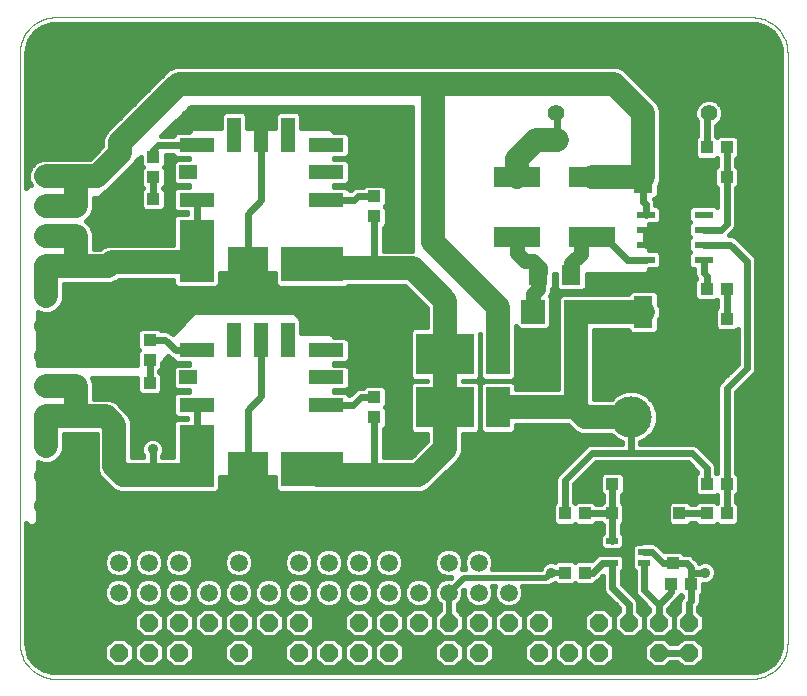
<source format=gtl>
G75*
%MOIN*%
%OFA0B0*%
%FSLAX24Y24*%
%IPPOS*%
%LPD*%
%AMOC8*
5,1,8,0,0,1.08239X$1,22.5*
%
%ADD10C,0.0039*%
%ADD11R,0.0638X0.0236*%
%ADD12R,0.0394X0.0433*%
%ADD13OC8,0.0480*%
%ADD14R,0.0630X0.1063*%
%ADD15R,0.0630X0.0709*%
%ADD16R,0.0433X0.0394*%
%ADD17R,0.1575X0.0709*%
%ADD18R,0.0787X0.0787*%
%ADD19R,0.1969X0.1378*%
%ADD20R,0.0787X0.1378*%
%ADD21R,0.1181X0.0472*%
%ADD22R,0.2083X0.1181*%
%ADD23R,0.1374X0.1181*%
%ADD24R,0.1181X0.2083*%
%ADD25R,0.0472X0.1181*%
%ADD26R,0.0591X0.0472*%
%ADD27R,0.1063X0.0630*%
%ADD28C,0.1378*%
%ADD29C,0.2441*%
%ADD30OC8,0.0600*%
%ADD31C,0.0591*%
%ADD32R,0.0394X0.0217*%
%ADD33C,0.0787*%
%ADD34C,0.0236*%
%ADD35C,0.0157*%
%ADD36C,0.0356*%
%ADD37C,0.0197*%
%ADD38C,0.0512*%
%ADD39C,0.0551*%
D10*
X008983Y003305D02*
X008983Y022990D01*
X008985Y023056D01*
X008990Y023122D01*
X009000Y023188D01*
X009013Y023253D01*
X009029Y023317D01*
X009049Y023380D01*
X009073Y023442D01*
X009100Y023502D01*
X009130Y023561D01*
X009164Y023618D01*
X009201Y023673D01*
X009241Y023726D01*
X009283Y023777D01*
X009329Y023825D01*
X009377Y023871D01*
X009428Y023913D01*
X009481Y023953D01*
X009536Y023990D01*
X009593Y024024D01*
X009652Y024054D01*
X009712Y024081D01*
X009774Y024105D01*
X009837Y024125D01*
X009901Y024141D01*
X009966Y024154D01*
X010032Y024164D01*
X010098Y024169D01*
X010164Y024171D01*
X033393Y024171D01*
X033459Y024169D01*
X033525Y024164D01*
X033591Y024154D01*
X033656Y024141D01*
X033720Y024125D01*
X033783Y024105D01*
X033845Y024081D01*
X033905Y024054D01*
X033964Y024024D01*
X034021Y023990D01*
X034076Y023953D01*
X034129Y023913D01*
X034180Y023871D01*
X034228Y023825D01*
X034274Y023777D01*
X034316Y023726D01*
X034356Y023673D01*
X034393Y023618D01*
X034427Y023561D01*
X034457Y023502D01*
X034484Y023442D01*
X034508Y023380D01*
X034528Y023317D01*
X034544Y023253D01*
X034557Y023188D01*
X034567Y023122D01*
X034572Y023056D01*
X034574Y022990D01*
X034574Y003305D01*
X034572Y003239D01*
X034567Y003173D01*
X034557Y003107D01*
X034544Y003042D01*
X034528Y002978D01*
X034508Y002915D01*
X034484Y002853D01*
X034457Y002793D01*
X034427Y002734D01*
X034393Y002677D01*
X034356Y002622D01*
X034316Y002569D01*
X034274Y002518D01*
X034228Y002470D01*
X034180Y002424D01*
X034129Y002382D01*
X034076Y002342D01*
X034021Y002305D01*
X033964Y002271D01*
X033905Y002241D01*
X033845Y002214D01*
X033783Y002190D01*
X033720Y002170D01*
X033656Y002154D01*
X033591Y002141D01*
X033525Y002131D01*
X033459Y002126D01*
X033393Y002124D01*
X010164Y002124D01*
X010098Y002126D01*
X010032Y002131D01*
X009966Y002141D01*
X009901Y002154D01*
X009837Y002170D01*
X009774Y002190D01*
X009712Y002214D01*
X009652Y002241D01*
X009593Y002271D01*
X009536Y002305D01*
X009481Y002342D01*
X009428Y002382D01*
X009377Y002424D01*
X009329Y002470D01*
X009283Y002518D01*
X009241Y002569D01*
X009201Y002622D01*
X009164Y002677D01*
X009130Y002734D01*
X009100Y002793D01*
X009073Y002853D01*
X009049Y002915D01*
X009029Y002978D01*
X009013Y003042D01*
X009000Y003107D01*
X008990Y003173D01*
X008985Y003239D01*
X008983Y003305D01*
D11*
X029851Y016101D03*
X029851Y016601D03*
X029851Y017101D03*
X029851Y017601D03*
X031773Y017601D03*
X031773Y017101D03*
X031773Y016601D03*
X031773Y016101D03*
D12*
X031877Y014132D03*
X032546Y014132D03*
X032546Y008620D03*
X031877Y008620D03*
X031877Y007636D03*
X032546Y007636D03*
X030971Y007636D03*
X030302Y007636D03*
X029397Y007636D03*
X028727Y007636D03*
X027822Y007636D03*
X027153Y007636D03*
X027153Y005667D03*
X027822Y005667D03*
X030696Y005274D03*
X031365Y005274D03*
X030760Y005972D03*
X030760Y006642D03*
X031877Y019840D03*
X032546Y019840D03*
D13*
X030873Y020101D03*
X026873Y020101D03*
D14*
X029761Y018851D03*
X030863Y018851D03*
X030863Y014351D03*
X029761Y014351D03*
D15*
X027363Y015601D03*
X026261Y015601D03*
D16*
X031877Y015116D03*
X032546Y015116D03*
X032546Y018856D03*
X031877Y018856D03*
X020794Y018207D03*
X020794Y017537D03*
X013432Y017459D03*
X013432Y018128D03*
X013432Y018837D03*
X013432Y019506D03*
X013314Y013433D03*
X013314Y012764D03*
X013314Y011981D03*
X013314Y011312D03*
X020794Y011514D03*
X020794Y010844D03*
X028727Y008620D03*
X029397Y008620D03*
D17*
X028062Y016867D03*
X028062Y018836D03*
X025562Y018836D03*
X025562Y016867D03*
D18*
X026103Y014351D03*
X027521Y014351D03*
D19*
X023156Y012951D03*
X023156Y011179D03*
D20*
X024928Y011179D03*
X024928Y012951D03*
D21*
X019189Y013071D03*
X019189Y012169D03*
X019189Y011268D03*
X014874Y011268D03*
X014874Y013071D03*
X014874Y018102D03*
X014874Y019905D03*
X019189Y019905D03*
X019189Y019004D03*
X019189Y018102D03*
D22*
X018738Y015945D03*
X018738Y009110D03*
D23*
X016581Y009110D03*
X016581Y015945D03*
D24*
X014874Y016396D03*
X014874Y009561D03*
D25*
X016130Y013425D03*
X017031Y013425D03*
X017933Y013425D03*
X017933Y020260D03*
X017031Y020260D03*
X016130Y020260D03*
D26*
X014579Y019004D03*
X014579Y012169D03*
D27*
X013338Y014906D03*
X013338Y016009D03*
X020771Y015804D03*
X020771Y014702D03*
X020716Y008914D03*
X020716Y007812D03*
X013393Y007820D03*
X013393Y008922D03*
D28*
X029357Y010858D03*
X029357Y012417D03*
D29*
X033196Y003502D03*
X010361Y003502D03*
X010361Y022793D03*
X033196Y022793D03*
D30*
X031279Y004002D03*
X030279Y004002D03*
X029279Y004002D03*
X028279Y004002D03*
X027279Y004002D03*
X026279Y004002D03*
X025279Y004002D03*
X024279Y004002D03*
X023279Y004002D03*
X022279Y004002D03*
X021279Y004002D03*
X020279Y004002D03*
X019279Y004002D03*
X018279Y004002D03*
X017279Y004002D03*
X016279Y004002D03*
X015279Y004002D03*
X014279Y004002D03*
X013279Y004002D03*
X012279Y004002D03*
X012279Y003002D03*
X013279Y003002D03*
X014279Y003002D03*
X015279Y003002D03*
X016279Y003002D03*
X017279Y003002D03*
X018279Y003002D03*
X019279Y003002D03*
X020279Y003002D03*
X021279Y003002D03*
X022279Y003002D03*
X023279Y003002D03*
X024279Y003002D03*
X025279Y003002D03*
X026279Y003002D03*
X027279Y003002D03*
X028279Y003002D03*
X029279Y003002D03*
X030279Y003002D03*
X031279Y003002D03*
D31*
X025279Y005002D03*
X024279Y005002D03*
X024279Y006002D03*
X025279Y006002D03*
X023279Y006002D03*
X023279Y005002D03*
X022279Y005002D03*
X021279Y005002D03*
X021279Y006002D03*
X022279Y006002D03*
X020279Y006002D03*
X020279Y005002D03*
X019279Y005002D03*
X018279Y005002D03*
X018279Y006002D03*
X019279Y006002D03*
X017279Y006002D03*
X017279Y005002D03*
X016279Y005002D03*
X015279Y005002D03*
X015279Y006002D03*
X016279Y006002D03*
X014279Y006002D03*
X013279Y006002D03*
X013279Y005002D03*
X014279Y005002D03*
X012279Y005002D03*
X012279Y006002D03*
X010861Y007876D03*
X009861Y007876D03*
X009861Y008876D03*
X010861Y008876D03*
X010861Y009876D03*
X009861Y009876D03*
X009861Y010876D03*
X010861Y010876D03*
X010861Y011876D03*
X009861Y011876D03*
X009861Y012876D03*
X010861Y012876D03*
X010861Y013876D03*
X009861Y013876D03*
X009861Y014876D03*
X010861Y014876D03*
X010861Y015876D03*
X009861Y015876D03*
X009861Y016876D03*
X010861Y016876D03*
X010861Y017876D03*
X009861Y017876D03*
X009861Y018876D03*
X010861Y018876D03*
X010861Y019876D03*
X009861Y019876D03*
X009861Y020876D03*
X010861Y020876D03*
D32*
X028727Y006730D03*
X028727Y006356D03*
X028727Y005982D03*
X029790Y005982D03*
X029790Y006356D03*
X029790Y006730D03*
D33*
X029357Y010858D02*
X027808Y010858D01*
X027521Y011146D01*
X027521Y014351D01*
X029761Y014351D01*
X030863Y014351D02*
X030863Y012980D01*
X030300Y012417D01*
X029357Y012417D01*
X027521Y011146D02*
X027487Y011179D01*
X024928Y011179D01*
X023156Y011179D02*
X023156Y009801D01*
X022270Y008914D01*
X020716Y008914D01*
X018934Y008914D01*
X018738Y009110D01*
X020708Y007820D02*
X020716Y007812D01*
X020708Y007820D02*
X016660Y007820D01*
X016581Y007900D01*
X016581Y009110D01*
X014889Y009211D02*
X014889Y009284D01*
X014889Y009546D01*
X014874Y009561D01*
X014889Y009211D02*
X014600Y008922D01*
X013393Y008922D01*
X012421Y008922D01*
X012133Y009211D01*
X012133Y010589D01*
X011845Y010876D01*
X010861Y010876D01*
X010861Y011876D01*
X009861Y011876D01*
X009861Y012876D02*
X010861Y012876D01*
X010861Y013876D01*
X009861Y013876D01*
X010861Y013876D02*
X010861Y014876D01*
X012286Y014876D01*
X012330Y014919D01*
X012343Y014906D01*
X013338Y014906D01*
X013720Y014906D01*
X013905Y014722D01*
X016660Y014722D01*
X016581Y014802D01*
X016581Y015945D01*
X014980Y016289D02*
X014874Y016396D01*
X014889Y016381D01*
X014889Y016100D01*
X014797Y016009D01*
X013338Y016009D01*
X012041Y016009D01*
X011908Y015876D01*
X010861Y015876D01*
X010861Y016876D01*
X009861Y016876D01*
X009861Y017876D02*
X010861Y017876D01*
X010861Y018876D01*
X011562Y018876D01*
X012330Y019644D01*
X012330Y020013D01*
X014274Y021957D01*
X022763Y021957D01*
X022763Y016691D01*
X024928Y014526D01*
X024928Y012951D01*
X023156Y012951D02*
X023156Y011179D01*
X023156Y012951D02*
X023156Y014722D01*
X022075Y015804D01*
X020771Y015804D01*
X018879Y015804D01*
X018738Y015945D01*
X020750Y014722D02*
X020771Y014702D01*
X020750Y014722D02*
X016660Y014722D01*
X010861Y015876D02*
X009861Y015876D01*
X009861Y014876D01*
X009861Y018876D02*
X010861Y018876D01*
X010861Y019876D02*
X009861Y019876D01*
X010861Y019876D02*
X010861Y020876D01*
X011594Y020876D01*
X013781Y023064D01*
X029530Y023064D01*
X030865Y021728D01*
X030873Y020101D01*
X030863Y019902D01*
X030863Y018851D01*
X030863Y017158D01*
X030863Y014944D01*
X030863Y014351D01*
X029745Y018836D02*
X028062Y018836D01*
X029745Y018836D02*
X029761Y018851D01*
X029761Y020987D01*
X028791Y021957D01*
X022763Y021957D01*
X025562Y019465D02*
X026198Y020101D01*
X026873Y020101D01*
X025562Y019465D02*
X025562Y018836D01*
X010861Y020876D02*
X009861Y020876D01*
X009861Y010876D02*
X009861Y009876D01*
X010861Y009876D02*
X010861Y008876D01*
X010861Y007876D01*
X011696Y007876D01*
X011752Y007820D01*
X013393Y007820D01*
X016660Y007820D01*
X010861Y007876D02*
X009861Y007876D01*
X009861Y008876D02*
X010861Y008876D01*
X010861Y010876D02*
X009861Y010876D01*
D34*
X013289Y010761D02*
X013314Y010785D01*
X013314Y011312D01*
X013314Y011981D02*
X013314Y012764D01*
X013314Y013433D02*
X013816Y013433D01*
X014178Y013071D01*
X014874Y013071D01*
X017031Y013425D02*
X017031Y011550D01*
X016581Y011099D01*
X016581Y009110D01*
X014889Y009284D02*
X014874Y009299D01*
X014874Y011268D01*
X013412Y009777D02*
X013412Y008942D01*
X013393Y008922D01*
X019189Y011268D02*
X020095Y011268D01*
X020342Y011514D01*
X020794Y011514D01*
X020794Y010844D02*
X020794Y008993D01*
X020716Y008914D01*
X027153Y008753D02*
X027153Y007636D01*
X027822Y007636D02*
X028727Y007636D01*
X028727Y006730D01*
X028727Y006356D02*
X029062Y006356D01*
X029436Y006730D01*
X029790Y006730D01*
X030263Y006730D01*
X030302Y006770D01*
X030302Y007636D01*
X029397Y007636D01*
X029397Y008620D01*
X029918Y008620D01*
X028727Y008620D02*
X028727Y007636D01*
X029790Y006356D02*
X030046Y006356D01*
X030430Y005972D01*
X030760Y005972D01*
X031218Y005972D01*
X031365Y005825D01*
X031365Y005667D01*
X031818Y005667D01*
X031365Y005667D02*
X031365Y005274D01*
X031365Y004722D01*
X031279Y004636D01*
X031279Y004002D01*
X030279Y004002D02*
X030279Y004598D01*
X030696Y005016D01*
X030696Y005274D01*
X030279Y004598D02*
X029790Y005087D01*
X029790Y005982D01*
X030351Y006642D02*
X030263Y006730D01*
X030351Y006642D02*
X030760Y006642D01*
X030971Y007636D02*
X031877Y007636D01*
X032546Y007636D02*
X032546Y008620D01*
X032546Y011809D01*
X033220Y012483D01*
X033220Y016051D01*
X032670Y016601D01*
X031773Y016601D01*
X031773Y016101D02*
X031773Y015653D01*
X031877Y015549D01*
X031877Y015116D01*
X032546Y015116D02*
X032546Y014132D01*
X031877Y014132D02*
X031083Y014132D01*
X030863Y014351D01*
X030863Y014944D02*
X030870Y014951D01*
X029851Y016101D02*
X029233Y016101D01*
X028545Y016789D01*
X028140Y016789D01*
X028062Y016867D01*
X029851Y017101D02*
X029851Y016601D01*
X030579Y016601D01*
X030637Y016543D01*
X030806Y017101D02*
X029851Y017101D01*
X029851Y017601D02*
X029851Y017944D01*
X029761Y018034D01*
X029761Y018851D01*
X030863Y018851D02*
X030868Y018856D01*
X031877Y018856D01*
X032546Y018856D02*
X032546Y019840D01*
X031877Y019840D02*
X031877Y020908D01*
X031941Y020972D01*
X032546Y018856D02*
X032546Y017299D01*
X032348Y017101D01*
X031773Y017101D01*
X030863Y017158D02*
X030806Y017101D01*
X026873Y020101D02*
X026881Y020865D01*
X026872Y020972D01*
X020794Y018207D02*
X020243Y018207D01*
X020139Y018102D01*
X019189Y018102D01*
X020794Y017537D02*
X020794Y015828D01*
X020771Y015804D01*
X017030Y015977D02*
X016613Y015977D01*
X016581Y015945D01*
X016581Y017620D01*
X017031Y018071D01*
X017031Y020260D01*
X017031Y020039D01*
X017030Y020037D01*
X014874Y019905D02*
X013576Y019905D01*
X013432Y019762D01*
X013432Y019506D01*
X013432Y018837D02*
X013432Y018128D01*
X013432Y017459D02*
X013432Y016932D01*
X013412Y016912D01*
X014874Y016396D02*
X014874Y018102D01*
X027153Y008753D02*
X028053Y009653D01*
X029406Y009653D01*
X029357Y009703D01*
X029357Y010858D01*
X029406Y009653D02*
X031375Y009653D01*
X031877Y009152D01*
X031877Y008620D01*
X028727Y005982D02*
X028393Y005982D01*
X028078Y005667D01*
X027822Y005667D01*
X028727Y005982D02*
X028727Y005165D01*
X029279Y004614D01*
X029279Y004002D01*
X030279Y003002D02*
X031279Y003002D01*
D35*
X031775Y003045D02*
X034310Y003045D01*
X034345Y003154D02*
X034252Y002867D01*
X034075Y002623D01*
X033831Y002446D01*
X033544Y002352D01*
X033393Y002340D01*
X010164Y002340D01*
X010013Y002352D01*
X009726Y002446D01*
X009482Y002623D01*
X009305Y002867D01*
X009212Y003154D01*
X009200Y003305D01*
X009200Y007310D01*
X009287Y007222D01*
X009467Y007222D01*
X009594Y007349D01*
X009594Y009348D01*
X009744Y009285D01*
X009979Y009285D01*
X010196Y009375D01*
X010362Y009541D01*
X010452Y009758D01*
X010452Y010285D01*
X011542Y010285D01*
X011542Y009093D01*
X011632Y008876D01*
X011921Y008588D01*
X012087Y008422D01*
X012304Y008332D01*
X014193Y008332D01*
X014202Y008323D01*
X015546Y008323D01*
X015661Y008438D01*
X015661Y008841D01*
X017500Y008841D01*
X017500Y008438D01*
X017615Y008323D01*
X019861Y008323D01*
X019862Y008324D01*
X022387Y008324D01*
X022604Y008414D01*
X022770Y008580D01*
X023657Y009467D01*
X023747Y009684D01*
X023747Y010293D01*
X024222Y010293D01*
X024338Y010409D01*
X024453Y010293D01*
X025403Y010293D01*
X025519Y010409D01*
X025519Y010589D01*
X027243Y010589D01*
X027474Y010358D01*
X027691Y010268D01*
X028695Y010268D01*
X028856Y010107D01*
X029042Y010030D01*
X029042Y009968D01*
X027990Y009968D01*
X027875Y009920D01*
X027786Y009832D01*
X026886Y008931D01*
X026838Y008816D01*
X023007Y008816D01*
X023163Y008972D02*
X026926Y008972D01*
X026838Y008816D02*
X026838Y008013D01*
X026759Y007934D01*
X026759Y007338D01*
X026874Y007222D01*
X027431Y007222D01*
X027487Y007279D01*
X027543Y007222D01*
X028100Y007222D01*
X028199Y007321D01*
X028351Y007321D01*
X028412Y007259D01*
X028412Y006999D01*
X028334Y006920D01*
X028334Y006540D01*
X028449Y006425D01*
X028641Y006425D01*
X028665Y006415D01*
X028790Y006415D01*
X028814Y006425D01*
X029006Y006425D01*
X029121Y006540D01*
X029121Y006920D01*
X029042Y006999D01*
X029042Y007259D01*
X029121Y007338D01*
X029121Y007934D01*
X029042Y008013D01*
X029042Y008243D01*
X029141Y008342D01*
X029141Y008898D01*
X029025Y009014D01*
X028429Y009014D01*
X028314Y008898D01*
X028314Y008342D01*
X028412Y008243D01*
X028412Y008013D01*
X028351Y007951D01*
X028199Y007951D01*
X028100Y008049D01*
X027543Y008049D01*
X027487Y007993D01*
X027468Y008013D01*
X027468Y008622D01*
X028184Y009339D01*
X031245Y009339D01*
X031562Y009021D01*
X031562Y008997D01*
X031483Y008918D01*
X031483Y008322D01*
X031599Y008207D01*
X032155Y008207D01*
X032212Y008263D01*
X032231Y008243D01*
X032231Y008013D01*
X032212Y007993D01*
X032155Y008049D01*
X031599Y008049D01*
X031500Y007951D01*
X031348Y007951D01*
X031250Y008049D01*
X030693Y008049D01*
X030578Y007934D01*
X030578Y007338D01*
X030693Y007222D01*
X031250Y007222D01*
X031348Y007321D01*
X031500Y007321D01*
X031599Y007222D01*
X032155Y007222D01*
X032212Y007279D01*
X032268Y007222D01*
X032825Y007222D01*
X032940Y007338D01*
X032940Y007934D01*
X032861Y008013D01*
X032861Y008243D01*
X032940Y008322D01*
X032940Y008918D01*
X032861Y008997D01*
X032861Y011679D01*
X033487Y012305D01*
X033535Y012421D01*
X033535Y016114D01*
X033487Y016230D01*
X033399Y016318D01*
X032849Y016868D01*
X032733Y016916D01*
X032609Y016916D01*
X032615Y016923D01*
X032725Y017032D01*
X032813Y017121D01*
X032861Y017236D01*
X032861Y018479D01*
X032960Y018578D01*
X032960Y019135D01*
X032861Y019233D01*
X032861Y019464D01*
X032940Y019542D01*
X032940Y020139D01*
X032825Y020254D01*
X032268Y020254D01*
X032212Y020198D01*
X032192Y020217D01*
X032192Y020565D01*
X032209Y020572D01*
X032341Y020705D01*
X032413Y020878D01*
X032413Y021066D01*
X032341Y021240D01*
X032209Y021373D01*
X032035Y021445D01*
X031847Y021445D01*
X031673Y021373D01*
X031540Y021240D01*
X031469Y021066D01*
X031469Y020878D01*
X031540Y020705D01*
X031562Y020683D01*
X031562Y020217D01*
X031483Y020139D01*
X031483Y019542D01*
X031599Y019427D01*
X032155Y019427D01*
X032212Y019483D01*
X032231Y019464D01*
X032231Y019233D01*
X032133Y019135D01*
X032133Y018578D01*
X032231Y018479D01*
X032231Y017858D01*
X032173Y017916D01*
X031372Y017916D01*
X031257Y017801D01*
X031257Y017402D01*
X031307Y017351D01*
X031257Y017301D01*
X031257Y016902D01*
X031307Y016851D01*
X031257Y016801D01*
X031257Y016402D01*
X031307Y016351D01*
X031257Y016301D01*
X031257Y015902D01*
X031372Y015786D01*
X031458Y015786D01*
X031458Y015591D01*
X031506Y015475D01*
X031525Y015456D01*
X031464Y015394D01*
X031464Y014838D01*
X031579Y014722D01*
X032175Y014722D01*
X032212Y014759D01*
X032231Y014739D01*
X032231Y014509D01*
X032153Y014430D01*
X032153Y013834D01*
X032268Y013718D01*
X032825Y013718D01*
X032906Y013799D01*
X032906Y012614D01*
X032368Y012076D01*
X032279Y011987D01*
X032231Y011872D01*
X032231Y008997D01*
X032212Y008977D01*
X032192Y008997D01*
X032192Y009214D01*
X032144Y009330D01*
X032055Y009419D01*
X031553Y009920D01*
X031438Y009968D01*
X029672Y009968D01*
X029672Y010030D01*
X029859Y010107D01*
X030108Y010356D01*
X030243Y010682D01*
X030243Y011034D01*
X030108Y011360D01*
X029859Y011609D01*
X029533Y011744D01*
X029181Y011744D01*
X028856Y011609D01*
X028695Y011449D01*
X028111Y011449D01*
X028111Y013761D01*
X029249Y013761D01*
X029249Y013738D01*
X029364Y013623D01*
X030157Y013623D01*
X030273Y013738D01*
X030273Y014044D01*
X030351Y014234D01*
X030351Y014469D01*
X030273Y014659D01*
X030273Y014964D01*
X030157Y015080D01*
X029364Y015080D01*
X029249Y014964D01*
X029249Y014942D01*
X027045Y014942D01*
X026930Y014827D01*
X026930Y011770D01*
X025519Y011770D01*
X025519Y011950D01*
X025403Y012065D01*
X024453Y012065D01*
X025403Y012065D01*
X025519Y012180D01*
X025519Y013870D01*
X025628Y013761D01*
X026579Y013761D01*
X026694Y013876D01*
X026694Y014827D01*
X026648Y014872D01*
X026714Y015030D01*
X026714Y015106D01*
X026773Y015165D01*
X026773Y015555D01*
X026783Y015581D01*
X026783Y015608D01*
X026851Y015608D01*
X026851Y015165D01*
X026967Y015050D01*
X027760Y015050D01*
X027875Y015165D01*
X027875Y015608D01*
X029857Y015608D01*
X029972Y015724D01*
X029972Y015786D01*
X030252Y015786D01*
X030367Y015902D01*
X030367Y016301D01*
X030252Y016416D01*
X029972Y016416D01*
X029972Y017286D01*
X030252Y017286D01*
X030367Y017402D01*
X030367Y017801D01*
X030252Y017916D01*
X030166Y017916D01*
X030166Y018006D01*
X030118Y018122D01*
X030118Y018123D01*
X030157Y018123D01*
X030273Y018238D01*
X030273Y018544D01*
X030351Y018734D01*
X030351Y021105D01*
X030261Y021322D01*
X029292Y022291D01*
X029126Y022457D01*
X028909Y022547D01*
X014156Y022547D01*
X013939Y022457D01*
X011829Y020347D01*
X011739Y020130D01*
X011739Y019888D01*
X011317Y019466D01*
X009744Y019466D01*
X009527Y019377D01*
X009361Y019210D01*
X009271Y018993D01*
X009271Y018758D01*
X009344Y018581D01*
X009287Y018581D01*
X009200Y018493D01*
X009200Y022990D01*
X009212Y023141D01*
X009305Y023428D01*
X009482Y023672D01*
X009726Y023850D01*
X010013Y023943D01*
X010164Y023955D01*
X033393Y023955D01*
X033544Y023943D01*
X033831Y023850D01*
X034075Y023672D01*
X034252Y023428D01*
X034345Y023141D01*
X034357Y022990D01*
X034357Y003305D01*
X034345Y003154D01*
X034349Y003201D02*
X031775Y003201D01*
X031775Y003208D02*
X031484Y003499D01*
X031073Y003499D01*
X030891Y003317D01*
X030666Y003317D01*
X030484Y003499D01*
X030073Y003499D01*
X029782Y003208D01*
X029782Y002796D01*
X030073Y002505D01*
X030484Y002505D01*
X030666Y002687D01*
X030891Y002687D01*
X031073Y002505D01*
X031484Y002505D01*
X031775Y002796D01*
X031775Y003208D01*
X031626Y003357D02*
X034357Y003357D01*
X034357Y003513D02*
X031492Y003513D01*
X031484Y003505D02*
X031775Y003796D01*
X031775Y004208D01*
X031594Y004390D01*
X031594Y004505D01*
X031632Y004544D01*
X031680Y004660D01*
X031680Y004897D01*
X031759Y004975D01*
X031759Y005292D01*
X031892Y005292D01*
X032030Y005349D01*
X032136Y005455D01*
X032193Y005593D01*
X032193Y005742D01*
X032136Y005880D01*
X032030Y005985D01*
X031892Y006042D01*
X031743Y006042D01*
X031635Y005997D01*
X031632Y006003D01*
X031544Y006092D01*
X031396Y006239D01*
X031280Y006287D01*
X031137Y006287D01*
X031038Y006386D01*
X030481Y006386D01*
X030472Y006376D01*
X030225Y006623D01*
X030109Y006671D01*
X029728Y006671D01*
X029704Y006661D01*
X029512Y006661D01*
X029397Y006546D01*
X029397Y005792D01*
X029475Y005714D01*
X029475Y005024D01*
X029523Y004908D01*
X029612Y004820D01*
X029964Y004468D01*
X029964Y004390D01*
X029782Y004208D01*
X029782Y003796D01*
X030073Y003505D01*
X030484Y003505D01*
X030775Y003796D01*
X030775Y004208D01*
X030594Y004390D01*
X030594Y004468D01*
X030963Y004837D01*
X030972Y004860D01*
X030974Y004860D01*
X031031Y004916D01*
X031050Y004897D01*
X031050Y004853D01*
X031012Y004814D01*
X030964Y004698D01*
X030964Y004390D01*
X030782Y004208D01*
X030782Y003796D01*
X031073Y003505D01*
X031484Y003505D01*
X031648Y003669D02*
X034357Y003669D01*
X034357Y003825D02*
X031775Y003825D01*
X031775Y003981D02*
X034357Y003981D01*
X034357Y004137D02*
X031775Y004137D01*
X031690Y004293D02*
X034357Y004293D01*
X034357Y004449D02*
X031594Y004449D01*
X031657Y004605D02*
X034357Y004605D01*
X034357Y004761D02*
X031680Y004761D01*
X031700Y004917D02*
X034357Y004917D01*
X034357Y005073D02*
X031759Y005073D01*
X031759Y005229D02*
X034357Y005229D01*
X034357Y005385D02*
X032065Y005385D01*
X032171Y005541D02*
X034357Y005541D01*
X034357Y005697D02*
X032193Y005697D01*
X032147Y005852D02*
X034357Y005852D01*
X034357Y006008D02*
X031974Y006008D01*
X031662Y006008D02*
X031627Y006008D01*
X031471Y006164D02*
X034357Y006164D01*
X034357Y006320D02*
X031104Y006320D01*
X030372Y006476D02*
X034357Y006476D01*
X034357Y006632D02*
X030203Y006632D01*
X029483Y006632D02*
X029121Y006632D01*
X029121Y006788D02*
X034357Y006788D01*
X034357Y006944D02*
X029097Y006944D01*
X029042Y007100D02*
X034357Y007100D01*
X034357Y007256D02*
X032859Y007256D01*
X032940Y007412D02*
X034357Y007412D01*
X034357Y007568D02*
X032940Y007568D01*
X032940Y007724D02*
X034357Y007724D01*
X034357Y007880D02*
X032940Y007880D01*
X032861Y008036D02*
X034357Y008036D01*
X034357Y008192D02*
X032861Y008192D01*
X032940Y008348D02*
X034357Y008348D01*
X034357Y008504D02*
X032940Y008504D01*
X032940Y008660D02*
X034357Y008660D01*
X034357Y008816D02*
X032940Y008816D01*
X032886Y008972D02*
X034357Y008972D01*
X034357Y009128D02*
X032861Y009128D01*
X032861Y009284D02*
X034357Y009284D01*
X034357Y009440D02*
X032861Y009440D01*
X032861Y009596D02*
X034357Y009596D01*
X034357Y009752D02*
X032861Y009752D01*
X032861Y009908D02*
X034357Y009908D01*
X034357Y010064D02*
X032861Y010064D01*
X032861Y010220D02*
X034357Y010220D01*
X034357Y010376D02*
X032861Y010376D01*
X032861Y010532D02*
X034357Y010532D01*
X034357Y010688D02*
X032861Y010688D01*
X032861Y010844D02*
X034357Y010844D01*
X034357Y011000D02*
X032861Y011000D01*
X032861Y011156D02*
X034357Y011156D01*
X034357Y011312D02*
X032861Y011312D01*
X032861Y011468D02*
X034357Y011468D01*
X034357Y011624D02*
X032861Y011624D01*
X032962Y011780D02*
X034357Y011780D01*
X034357Y011936D02*
X033118Y011936D01*
X033274Y012092D02*
X034357Y012092D01*
X034357Y012248D02*
X033430Y012248D01*
X033528Y012404D02*
X034357Y012404D01*
X034357Y012560D02*
X033535Y012560D01*
X033535Y012716D02*
X034357Y012716D01*
X034357Y012872D02*
X033535Y012872D01*
X033535Y013028D02*
X034357Y013028D01*
X034357Y013184D02*
X033535Y013184D01*
X033535Y013340D02*
X034357Y013340D01*
X034357Y013496D02*
X033535Y013496D01*
X033535Y013652D02*
X034357Y013652D01*
X034357Y013807D02*
X033535Y013807D01*
X033535Y013963D02*
X034357Y013963D01*
X034357Y014119D02*
X033535Y014119D01*
X033535Y014275D02*
X034357Y014275D01*
X034357Y014431D02*
X033535Y014431D01*
X033535Y014587D02*
X034357Y014587D01*
X034357Y014743D02*
X033535Y014743D01*
X033535Y014899D02*
X034357Y014899D01*
X034357Y015055D02*
X033535Y015055D01*
X033535Y015211D02*
X034357Y015211D01*
X034357Y015367D02*
X033535Y015367D01*
X033535Y015523D02*
X034357Y015523D01*
X034357Y015679D02*
X033535Y015679D01*
X033535Y015835D02*
X034357Y015835D01*
X034357Y015991D02*
X033535Y015991D01*
X033522Y016147D02*
X034357Y016147D01*
X034357Y016303D02*
X033414Y016303D01*
X033258Y016459D02*
X034357Y016459D01*
X034357Y016615D02*
X033102Y016615D01*
X032946Y016771D02*
X034357Y016771D01*
X034357Y016927D02*
X032620Y016927D01*
X032615Y016923D02*
X032615Y016923D01*
X032725Y017032D02*
X032725Y017032D01*
X032776Y017083D02*
X034357Y017083D01*
X034357Y017239D02*
X032861Y017239D01*
X032861Y017395D02*
X034357Y017395D01*
X034357Y017551D02*
X032861Y017551D01*
X032861Y017707D02*
X034357Y017707D01*
X034357Y017863D02*
X032861Y017863D01*
X032861Y018019D02*
X034357Y018019D01*
X034357Y018175D02*
X032861Y018175D01*
X032861Y018331D02*
X034357Y018331D01*
X034357Y018487D02*
X032869Y018487D01*
X032960Y018643D02*
X034357Y018643D01*
X034357Y018799D02*
X032960Y018799D01*
X032960Y018955D02*
X034357Y018955D01*
X034357Y019111D02*
X032960Y019111D01*
X032861Y019267D02*
X034357Y019267D01*
X034357Y019423D02*
X032861Y019423D01*
X032940Y019579D02*
X034357Y019579D01*
X034357Y019735D02*
X032940Y019735D01*
X032940Y019891D02*
X034357Y019891D01*
X034357Y020047D02*
X032940Y020047D01*
X032876Y020203D02*
X034357Y020203D01*
X034357Y020359D02*
X032192Y020359D01*
X032192Y020515D02*
X034357Y020515D01*
X034357Y020671D02*
X032307Y020671D01*
X032392Y020827D02*
X034357Y020827D01*
X034357Y020983D02*
X032413Y020983D01*
X032383Y021139D02*
X034357Y021139D01*
X034357Y021295D02*
X032287Y021295D01*
X031595Y021295D02*
X030273Y021295D01*
X030337Y021139D02*
X031498Y021139D01*
X031469Y020983D02*
X030351Y020983D01*
X030351Y020827D02*
X031490Y020827D01*
X031562Y020671D02*
X030351Y020671D01*
X030351Y020515D02*
X031562Y020515D01*
X031562Y020359D02*
X030351Y020359D01*
X030351Y020203D02*
X031547Y020203D01*
X031483Y020047D02*
X030351Y020047D01*
X030351Y019891D02*
X031483Y019891D01*
X031483Y019735D02*
X030351Y019735D01*
X030351Y019579D02*
X031483Y019579D01*
X032231Y019423D02*
X030351Y019423D01*
X030351Y019267D02*
X032231Y019267D01*
X032133Y019111D02*
X030351Y019111D01*
X030351Y018955D02*
X032133Y018955D01*
X032133Y018799D02*
X030351Y018799D01*
X030314Y018643D02*
X032133Y018643D01*
X032224Y018487D02*
X030273Y018487D01*
X030273Y018331D02*
X032231Y018331D01*
X032231Y018175D02*
X030209Y018175D01*
X030161Y018019D02*
X032231Y018019D01*
X032226Y017863D02*
X032231Y017863D01*
X031319Y017863D02*
X030305Y017863D01*
X030367Y017707D02*
X031257Y017707D01*
X031257Y017551D02*
X030367Y017551D01*
X030361Y017395D02*
X031264Y017395D01*
X031257Y017239D02*
X029972Y017239D01*
X029972Y017083D02*
X031257Y017083D01*
X031257Y016927D02*
X029972Y016927D01*
X029972Y016771D02*
X031257Y016771D01*
X031257Y016615D02*
X029972Y016615D01*
X029972Y016459D02*
X031257Y016459D01*
X031259Y016303D02*
X030365Y016303D01*
X030367Y016147D02*
X031257Y016147D01*
X031257Y015991D02*
X030367Y015991D01*
X030301Y015835D02*
X031323Y015835D01*
X031458Y015679D02*
X029928Y015679D01*
X030182Y015055D02*
X031464Y015055D01*
X031464Y014899D02*
X030273Y014899D01*
X030273Y014743D02*
X031558Y014743D01*
X032196Y014743D02*
X032227Y014743D01*
X032231Y014587D02*
X030302Y014587D01*
X030351Y014431D02*
X032154Y014431D01*
X032153Y014275D02*
X030351Y014275D01*
X030304Y014119D02*
X032153Y014119D01*
X032153Y013963D02*
X030273Y013963D01*
X030273Y013807D02*
X032179Y013807D01*
X032906Y013652D02*
X030186Y013652D01*
X029336Y013652D02*
X028111Y013652D01*
X028111Y013496D02*
X032906Y013496D01*
X032906Y013340D02*
X028111Y013340D01*
X028111Y013184D02*
X032906Y013184D01*
X032906Y013028D02*
X028111Y013028D01*
X028111Y012872D02*
X032906Y012872D01*
X032906Y012716D02*
X028111Y012716D01*
X028111Y012560D02*
X032851Y012560D01*
X032696Y012404D02*
X028111Y012404D01*
X028111Y012248D02*
X032540Y012248D01*
X032384Y012092D02*
X028111Y012092D01*
X028111Y011936D02*
X032258Y011936D01*
X032231Y011780D02*
X028111Y011780D01*
X028111Y011624D02*
X028891Y011624D01*
X028714Y011468D02*
X028111Y011468D01*
X026930Y011780D02*
X025519Y011780D01*
X025519Y011936D02*
X026930Y011936D01*
X026930Y012092D02*
X025430Y012092D01*
X025519Y012248D02*
X026930Y012248D01*
X026930Y012404D02*
X025519Y012404D01*
X025519Y012560D02*
X026930Y012560D01*
X026930Y012716D02*
X025519Y012716D01*
X025519Y012872D02*
X026930Y012872D01*
X026930Y013028D02*
X025519Y013028D01*
X025519Y013184D02*
X026930Y013184D01*
X026930Y013340D02*
X025519Y013340D01*
X025519Y013496D02*
X026930Y013496D01*
X026930Y013652D02*
X025519Y013652D01*
X025519Y013807D02*
X025581Y013807D01*
X026625Y013807D02*
X026930Y013807D01*
X026930Y013963D02*
X026694Y013963D01*
X026694Y014119D02*
X026930Y014119D01*
X026930Y014275D02*
X026694Y014275D01*
X026694Y014431D02*
X026930Y014431D01*
X026930Y014587D02*
X026694Y014587D01*
X026694Y014743D02*
X026930Y014743D01*
X027003Y014899D02*
X026659Y014899D01*
X026714Y015055D02*
X026961Y015055D01*
X026851Y015211D02*
X026773Y015211D01*
X026773Y015367D02*
X026851Y015367D01*
X026851Y015523D02*
X026773Y015523D01*
X027765Y015055D02*
X029340Y015055D01*
X027875Y015211D02*
X031464Y015211D01*
X031464Y015367D02*
X027875Y015367D01*
X027875Y015523D02*
X031486Y015523D01*
X032231Y011624D02*
X029824Y011624D01*
X030000Y011468D02*
X032231Y011468D01*
X032231Y011312D02*
X030128Y011312D01*
X030193Y011156D02*
X032231Y011156D01*
X032231Y011000D02*
X030243Y011000D01*
X030243Y010844D02*
X032231Y010844D01*
X032231Y010688D02*
X030243Y010688D01*
X030181Y010532D02*
X032231Y010532D01*
X032231Y010376D02*
X030116Y010376D01*
X029972Y010220D02*
X032231Y010220D01*
X032231Y010064D02*
X029755Y010064D01*
X028960Y010064D02*
X023747Y010064D01*
X023747Y010220D02*
X028743Y010220D01*
X027862Y009908D02*
X023747Y009908D01*
X023747Y009752D02*
X027706Y009752D01*
X027550Y009596D02*
X023711Y009596D01*
X023631Y009440D02*
X027394Y009440D01*
X027238Y009284D02*
X023475Y009284D01*
X023319Y009128D02*
X027082Y009128D01*
X026838Y008660D02*
X022851Y008660D01*
X022695Y008504D02*
X026838Y008504D01*
X026838Y008348D02*
X022446Y008348D01*
X022025Y009505D02*
X021109Y009505D01*
X021109Y010468D01*
X021208Y010566D01*
X021208Y011123D01*
X021151Y011179D01*
X021208Y011235D01*
X021208Y011792D01*
X021092Y011907D01*
X020496Y011907D01*
X020417Y011829D01*
X020279Y011829D01*
X020163Y011781D01*
X020075Y011692D01*
X019972Y011590D01*
X019861Y011701D01*
X019441Y011701D01*
X019441Y011736D01*
X019861Y011736D01*
X019976Y011851D01*
X019976Y012487D01*
X019861Y012602D01*
X019441Y012602D01*
X019441Y012638D01*
X019861Y012638D01*
X019976Y012753D01*
X019976Y013389D01*
X019861Y013504D01*
X019441Y013504D01*
X019441Y013549D01*
X019326Y013664D01*
X018366Y013664D01*
X018366Y014097D01*
X018255Y014208D01*
X018255Y014222D01*
X018128Y014348D01*
X014799Y014348D01*
X014672Y014222D01*
X014073Y013622D01*
X013994Y013700D01*
X013879Y013748D01*
X013691Y013748D01*
X013612Y013827D01*
X013016Y013827D01*
X012901Y013711D01*
X012901Y013155D01*
X012957Y013098D01*
X012901Y013042D01*
X012901Y012577D01*
X009594Y012577D01*
X009594Y014348D01*
X009744Y014285D01*
X009979Y014285D01*
X010196Y014375D01*
X010362Y014541D01*
X010452Y014758D01*
X010452Y015285D01*
X012026Y015285D01*
X012243Y015375D01*
X012286Y015418D01*
X014087Y015418D01*
X014087Y015273D01*
X014202Y015157D01*
X015546Y015157D01*
X015661Y015273D01*
X015661Y015657D01*
X017500Y015657D01*
X017500Y015273D01*
X017615Y015157D01*
X019861Y015157D01*
X019917Y015214D01*
X021830Y015214D01*
X022566Y014478D01*
X022566Y013837D01*
X022091Y013837D01*
X021975Y013721D01*
X021975Y012180D01*
X022091Y012065D01*
X022566Y012065D01*
X022091Y012065D01*
X021975Y011950D01*
X021975Y010409D01*
X022091Y010293D01*
X022566Y010293D01*
X022566Y010046D01*
X022025Y009505D01*
X022116Y009596D02*
X021109Y009596D01*
X021109Y009752D02*
X022272Y009752D01*
X022428Y009908D02*
X021109Y009908D01*
X021109Y010064D02*
X022566Y010064D01*
X022566Y010220D02*
X021109Y010220D01*
X021109Y010376D02*
X022008Y010376D01*
X021975Y010532D02*
X021174Y010532D01*
X021208Y010688D02*
X021975Y010688D01*
X021975Y010844D02*
X021208Y010844D01*
X021208Y011000D02*
X021975Y011000D01*
X021975Y011156D02*
X021175Y011156D01*
X021208Y011312D02*
X021975Y011312D01*
X021975Y011468D02*
X021208Y011468D01*
X021208Y011624D02*
X021975Y011624D01*
X021975Y011780D02*
X021208Y011780D01*
X020162Y011780D02*
X019905Y011780D01*
X019938Y011624D02*
X020006Y011624D01*
X019976Y011936D02*
X021975Y011936D01*
X022064Y012092D02*
X019976Y012092D01*
X019976Y012248D02*
X021975Y012248D01*
X021975Y012404D02*
X019976Y012404D01*
X019904Y012560D02*
X021975Y012560D01*
X021975Y012716D02*
X019939Y012716D01*
X019976Y012872D02*
X021975Y012872D01*
X021975Y013028D02*
X019976Y013028D01*
X019976Y013184D02*
X021975Y013184D01*
X021975Y013340D02*
X019976Y013340D01*
X019869Y013496D02*
X021975Y013496D01*
X021975Y013652D02*
X019338Y013652D01*
X018366Y013807D02*
X022062Y013807D01*
X022566Y013963D02*
X018366Y013963D01*
X018344Y014119D02*
X022566Y014119D01*
X022566Y014275D02*
X018201Y014275D01*
X017561Y015211D02*
X015600Y015211D01*
X015661Y015367D02*
X017500Y015367D01*
X017500Y015523D02*
X015661Y015523D01*
X014148Y015211D02*
X010452Y015211D01*
X010452Y015055D02*
X021988Y015055D01*
X021832Y015211D02*
X019915Y015211D01*
X021109Y016395D02*
X021109Y017161D01*
X021208Y017259D01*
X021208Y017816D01*
X021151Y017872D01*
X021208Y017928D01*
X021208Y018485D01*
X021092Y018600D01*
X020496Y018600D01*
X020417Y018522D01*
X020180Y018522D01*
X020065Y018474D01*
X020008Y018417D01*
X019976Y018417D01*
X019976Y018420D01*
X019861Y018535D01*
X019441Y018535D01*
X019441Y018571D01*
X019861Y018571D01*
X019976Y018686D01*
X019976Y019322D01*
X019861Y019437D01*
X019441Y019437D01*
X019441Y019472D01*
X019861Y019472D01*
X019976Y019588D01*
X019976Y020223D01*
X019861Y020339D01*
X019441Y020339D01*
X019441Y020365D01*
X019326Y020480D01*
X018366Y020480D01*
X018366Y020932D01*
X018251Y021047D01*
X017615Y021047D01*
X017500Y020932D01*
X017500Y020480D01*
X016563Y020480D01*
X016563Y020932D01*
X016448Y021047D01*
X015812Y021047D01*
X015697Y020932D01*
X015697Y020480D01*
X014733Y020480D01*
X014618Y020365D01*
X014618Y020339D01*
X014202Y020339D01*
X014087Y020223D01*
X014087Y020220D01*
X013705Y020220D01*
X014683Y021199D01*
X022054Y021199D01*
X022054Y016404D01*
X022064Y016395D01*
X021109Y016395D01*
X021109Y016459D02*
X022054Y016459D01*
X022054Y016615D02*
X021109Y016615D01*
X021109Y016771D02*
X022054Y016771D01*
X022054Y016927D02*
X021109Y016927D01*
X021109Y017083D02*
X022054Y017083D01*
X022054Y017239D02*
X021188Y017239D01*
X021208Y017395D02*
X022054Y017395D01*
X022054Y017551D02*
X021208Y017551D01*
X021208Y017707D02*
X022054Y017707D01*
X022054Y017863D02*
X021160Y017863D01*
X021208Y018019D02*
X022054Y018019D01*
X022054Y018175D02*
X021208Y018175D01*
X021208Y018331D02*
X022054Y018331D01*
X022054Y018487D02*
X021206Y018487D01*
X020097Y018487D02*
X019910Y018487D01*
X019933Y018643D02*
X022054Y018643D01*
X022054Y018799D02*
X019976Y018799D01*
X019976Y018955D02*
X022054Y018955D01*
X022054Y019111D02*
X019976Y019111D01*
X019976Y019267D02*
X022054Y019267D01*
X022054Y019423D02*
X019875Y019423D01*
X019967Y019579D02*
X022054Y019579D01*
X022054Y019735D02*
X019976Y019735D01*
X019976Y019891D02*
X022054Y019891D01*
X022054Y020047D02*
X019976Y020047D01*
X019976Y020203D02*
X022054Y020203D01*
X022054Y020359D02*
X019441Y020359D01*
X018366Y020515D02*
X022054Y020515D01*
X022054Y020671D02*
X018366Y020671D01*
X018366Y020827D02*
X022054Y020827D01*
X022054Y020983D02*
X018315Y020983D01*
X017551Y020983D02*
X016512Y020983D01*
X016563Y020827D02*
X017500Y020827D01*
X017500Y020671D02*
X016563Y020671D01*
X016563Y020515D02*
X017500Y020515D01*
X015697Y020515D02*
X013999Y020515D01*
X014155Y020671D02*
X015697Y020671D01*
X015697Y020827D02*
X014311Y020827D01*
X014467Y020983D02*
X015748Y020983D01*
X014623Y021139D02*
X022054Y021139D01*
X028920Y022542D02*
X034357Y022542D01*
X034357Y022386D02*
X029197Y022386D01*
X029353Y022230D02*
X034357Y022230D01*
X034357Y022074D02*
X029509Y022074D01*
X029665Y021918D02*
X034357Y021918D01*
X034357Y021763D02*
X029821Y021763D01*
X029977Y021607D02*
X034357Y021607D01*
X034357Y021451D02*
X030133Y021451D01*
X032207Y020203D02*
X032217Y020203D01*
X034357Y022698D02*
X009200Y022698D01*
X009200Y022542D02*
X014145Y022542D01*
X013868Y022386D02*
X009200Y022386D01*
X009200Y022230D02*
X013712Y022230D01*
X013556Y022074D02*
X009200Y022074D01*
X009200Y021918D02*
X013400Y021918D01*
X013244Y021763D02*
X009200Y021763D01*
X009200Y021607D02*
X013088Y021607D01*
X012932Y021451D02*
X009200Y021451D01*
X009200Y021295D02*
X012776Y021295D01*
X012620Y021139D02*
X009200Y021139D01*
X009200Y020983D02*
X012464Y020983D01*
X012308Y020827D02*
X009200Y020827D01*
X009200Y020671D02*
X012152Y020671D01*
X011996Y020515D02*
X009200Y020515D01*
X009200Y020359D02*
X011841Y020359D01*
X011769Y020203D02*
X009200Y020203D01*
X009200Y020047D02*
X011739Y020047D01*
X011739Y019891D02*
X009200Y019891D01*
X009200Y019735D02*
X011586Y019735D01*
X011430Y019579D02*
X009200Y019579D01*
X009200Y019423D02*
X009638Y019423D01*
X009417Y019267D02*
X009200Y019267D01*
X009200Y019111D02*
X009319Y019111D01*
X009271Y018955D02*
X009200Y018955D01*
X009200Y018799D02*
X009271Y018799D01*
X009319Y018643D02*
X009200Y018643D01*
X011196Y017376D02*
X011362Y017210D01*
X011452Y016993D01*
X011452Y016466D01*
X011664Y016466D01*
X011707Y016509D01*
X011924Y016599D01*
X014087Y016599D01*
X014087Y017518D01*
X014202Y017634D01*
X014559Y017634D01*
X014559Y017669D01*
X014202Y017669D01*
X014087Y017785D01*
X014087Y018420D01*
X014202Y018535D01*
X014618Y018535D01*
X014618Y018571D01*
X014202Y018571D01*
X014087Y018686D01*
X014087Y019322D01*
X014202Y019437D01*
X014618Y019437D01*
X014618Y019472D01*
X014202Y019472D01*
X014087Y019588D01*
X014087Y019590D01*
X013845Y019590D01*
X013845Y019227D01*
X013789Y019171D01*
X013845Y019115D01*
X013845Y018558D01*
X013770Y018482D01*
X013845Y018406D01*
X013845Y017849D01*
X013730Y017734D01*
X013134Y017734D01*
X013019Y017849D01*
X013019Y018406D01*
X013095Y018482D01*
X013019Y018558D01*
X013019Y019115D01*
X013075Y019171D01*
X013019Y019227D01*
X013019Y019534D01*
X012856Y019372D01*
X012830Y019309D01*
X012664Y019143D01*
X011897Y018375D01*
X011834Y018349D01*
X011759Y018274D01*
X011759Y018274D01*
X011632Y018148D01*
X011452Y018148D01*
X011452Y017758D01*
X011362Y017541D01*
X011196Y017376D01*
X011216Y017395D02*
X014087Y017395D01*
X014087Y017239D02*
X011333Y017239D01*
X011415Y017083D02*
X014087Y017083D01*
X014087Y016927D02*
X011452Y016927D01*
X011452Y016771D02*
X014087Y016771D01*
X014087Y016615D02*
X011452Y016615D01*
X011366Y017551D02*
X014119Y017551D01*
X014164Y017707D02*
X011430Y017707D01*
X011452Y017863D02*
X013019Y017863D01*
X013019Y018019D02*
X011452Y018019D01*
X011659Y018175D02*
X013019Y018175D01*
X013019Y018331D02*
X011815Y018331D01*
X012008Y018487D02*
X013090Y018487D01*
X013019Y018643D02*
X012164Y018643D01*
X012320Y018799D02*
X013019Y018799D01*
X013019Y018955D02*
X012476Y018955D01*
X012632Y019111D02*
X013019Y019111D01*
X013019Y019267D02*
X012788Y019267D01*
X012907Y019423D02*
X013019Y019423D01*
X013845Y019423D02*
X014188Y019423D01*
X014096Y019579D02*
X013845Y019579D01*
X013845Y019267D02*
X014087Y019267D01*
X014087Y019111D02*
X013845Y019111D01*
X013845Y018955D02*
X014087Y018955D01*
X014087Y018799D02*
X013845Y018799D01*
X013845Y018643D02*
X014130Y018643D01*
X014153Y018487D02*
X013774Y018487D01*
X013845Y018331D02*
X014087Y018331D01*
X014087Y018175D02*
X013845Y018175D01*
X013845Y018019D02*
X014087Y018019D01*
X014087Y017863D02*
X013845Y017863D01*
X013843Y020359D02*
X014618Y020359D01*
X010057Y023946D02*
X033500Y023946D01*
X033912Y023790D02*
X009645Y023790D01*
X009455Y023634D02*
X034102Y023634D01*
X034216Y023478D02*
X009341Y023478D01*
X009305Y023428D02*
X009305Y023428D01*
X009271Y023322D02*
X034286Y023322D01*
X034337Y023166D02*
X009220Y023166D01*
X009201Y023010D02*
X034356Y023010D01*
X034357Y022854D02*
X009200Y022854D01*
X012224Y015367D02*
X014087Y015367D01*
X014726Y014275D02*
X009594Y014275D01*
X009594Y014119D02*
X014570Y014119D01*
X014414Y013963D02*
X009594Y013963D01*
X009594Y013807D02*
X012997Y013807D01*
X012901Y013652D02*
X009594Y013652D01*
X009594Y013496D02*
X012901Y013496D01*
X012901Y013340D02*
X009594Y013340D01*
X009594Y013184D02*
X012901Y013184D01*
X012901Y013028D02*
X009594Y013028D01*
X009594Y012872D02*
X012901Y012872D01*
X012901Y012716D02*
X009594Y012716D01*
X011390Y012144D02*
X011452Y011993D01*
X011452Y011466D01*
X011963Y011466D01*
X012180Y011377D01*
X012467Y011089D01*
X012634Y010923D01*
X012723Y010706D01*
X012723Y009513D01*
X013097Y009513D01*
X013097Y009561D01*
X013095Y009564D01*
X013037Y009702D01*
X013037Y009851D01*
X013095Y009989D01*
X013200Y010094D01*
X013338Y010151D01*
X013487Y010151D01*
X013625Y010094D01*
X013730Y009989D01*
X013787Y009851D01*
X013787Y009702D01*
X013730Y009564D01*
X013727Y009561D01*
X013727Y009513D01*
X014087Y009513D01*
X014087Y010684D01*
X014202Y010799D01*
X014559Y010799D01*
X014559Y010835D01*
X014202Y010835D01*
X014087Y010950D01*
X014087Y011585D01*
X014202Y011701D01*
X014618Y011701D01*
X014618Y011736D01*
X014202Y011736D01*
X014087Y011851D01*
X014087Y012487D01*
X014202Y012602D01*
X014618Y012602D01*
X014618Y012638D01*
X014202Y012638D01*
X014087Y012753D01*
X014087Y012768D01*
X014000Y012804D01*
X013933Y012870D01*
X013727Y012664D01*
X013727Y012485D01*
X013629Y012387D01*
X013629Y012358D01*
X013727Y012260D01*
X013727Y011703D01*
X013612Y011588D01*
X013016Y011588D01*
X012901Y011703D01*
X012901Y012144D01*
X011390Y012144D01*
X011411Y012092D02*
X012901Y012092D01*
X012901Y011936D02*
X011452Y011936D01*
X011452Y011780D02*
X012901Y011780D01*
X012980Y011624D02*
X011452Y011624D01*
X011452Y011468D02*
X014087Y011468D01*
X014087Y011312D02*
X012245Y011312D01*
X012401Y011156D02*
X014087Y011156D01*
X014087Y011000D02*
X012557Y011000D01*
X012666Y010844D02*
X014193Y010844D01*
X014091Y010688D02*
X012723Y010688D01*
X012723Y010532D02*
X014087Y010532D01*
X014087Y010376D02*
X012723Y010376D01*
X012723Y010220D02*
X014087Y010220D01*
X014087Y010064D02*
X013655Y010064D01*
X013764Y009908D02*
X014087Y009908D01*
X014087Y009752D02*
X013787Y009752D01*
X013743Y009596D02*
X014087Y009596D01*
X013081Y009596D02*
X012723Y009596D01*
X012723Y009752D02*
X013037Y009752D01*
X013061Y009908D02*
X012723Y009908D01*
X012723Y010064D02*
X013170Y010064D01*
X011542Y010064D02*
X010452Y010064D01*
X010452Y010220D02*
X011542Y010220D01*
X011542Y009908D02*
X010452Y009908D01*
X010449Y009752D02*
X011542Y009752D01*
X011542Y009596D02*
X010384Y009596D01*
X010261Y009440D02*
X011542Y009440D01*
X011542Y009284D02*
X009594Y009284D01*
X009594Y009128D02*
X011542Y009128D01*
X011592Y008972D02*
X009594Y008972D01*
X009594Y008816D02*
X011692Y008816D01*
X011848Y008660D02*
X009594Y008660D01*
X009594Y008504D02*
X012004Y008504D01*
X012264Y008348D02*
X009594Y008348D01*
X009594Y008192D02*
X026838Y008192D01*
X026838Y008036D02*
X009594Y008036D01*
X009594Y007880D02*
X026759Y007880D01*
X026759Y007724D02*
X009594Y007724D01*
X009594Y007568D02*
X026759Y007568D01*
X026759Y007412D02*
X009594Y007412D01*
X009501Y007256D02*
X026840Y007256D01*
X027465Y007256D02*
X027510Y007256D01*
X028134Y007256D02*
X028412Y007256D01*
X028412Y007100D02*
X009200Y007100D01*
X009200Y006944D02*
X028358Y006944D01*
X028334Y006788D02*
X009200Y006788D01*
X009200Y006632D02*
X028334Y006632D01*
X028398Y006476D02*
X024419Y006476D01*
X024376Y006494D02*
X024181Y006494D01*
X024000Y006419D01*
X023861Y006281D01*
X023786Y006100D01*
X023786Y005904D01*
X023831Y005795D01*
X023726Y005795D01*
X023771Y005904D01*
X023771Y006100D01*
X023696Y006281D01*
X023557Y006419D01*
X023376Y006494D01*
X023181Y006494D01*
X023000Y006419D01*
X022861Y006281D01*
X022786Y006100D01*
X022786Y005904D01*
X022861Y005723D01*
X023000Y005585D01*
X023181Y005510D01*
X023369Y005510D01*
X023353Y005494D01*
X023181Y005494D01*
X023000Y005419D01*
X022861Y005281D01*
X022786Y005100D01*
X022786Y004904D01*
X022861Y004723D01*
X022983Y004601D01*
X022983Y004409D01*
X022782Y004208D01*
X022782Y003796D01*
X023073Y003505D01*
X023484Y003505D01*
X023775Y003796D01*
X023775Y004208D01*
X023574Y004409D01*
X023574Y004601D01*
X023696Y004723D01*
X023771Y004904D01*
X023771Y005076D01*
X023786Y005092D01*
X023786Y004904D01*
X023861Y004723D01*
X024000Y004585D01*
X024181Y004510D01*
X024376Y004510D01*
X024557Y004585D01*
X024696Y004723D01*
X024771Y004904D01*
X024771Y005100D01*
X024727Y005205D01*
X024830Y005205D01*
X024786Y005100D01*
X024786Y004904D01*
X024861Y004723D01*
X025000Y004585D01*
X025181Y004510D01*
X025376Y004510D01*
X025557Y004585D01*
X025696Y004723D01*
X025771Y004904D01*
X025771Y005100D01*
X025727Y005205D01*
X026591Y005205D01*
X026700Y005250D01*
X026742Y005292D01*
X026774Y005292D01*
X026818Y005310D01*
X026874Y005254D01*
X027431Y005254D01*
X027487Y005310D01*
X027543Y005254D01*
X028100Y005254D01*
X028216Y005369D01*
X028216Y005383D01*
X028256Y005400D01*
X028412Y005556D01*
X028412Y005103D01*
X028460Y004987D01*
X028549Y004898D01*
X028964Y004484D01*
X028964Y004390D01*
X028782Y004208D01*
X028782Y003796D01*
X029073Y003505D01*
X029484Y003505D01*
X029775Y003796D01*
X029775Y004208D01*
X029594Y004390D01*
X029594Y004677D01*
X029546Y004793D01*
X029042Y005296D01*
X029042Y005714D01*
X029121Y005792D01*
X029121Y006172D01*
X029006Y006287D01*
X028814Y006287D01*
X028790Y006297D01*
X028330Y006297D01*
X028214Y006249D01*
X028126Y006161D01*
X028046Y006081D01*
X027543Y006081D01*
X027487Y006024D01*
X027431Y006081D01*
X026874Y006081D01*
X026818Y006024D01*
X026774Y006042D01*
X026625Y006042D01*
X026487Y005985D01*
X026382Y005880D01*
X026347Y005795D01*
X024726Y005795D01*
X024771Y005904D01*
X024771Y006100D01*
X024696Y006281D01*
X024557Y006419D01*
X024376Y006494D01*
X024138Y006476D02*
X023419Y006476D01*
X023138Y006476D02*
X021419Y006476D01*
X021376Y006494D02*
X021181Y006494D01*
X021000Y006419D01*
X020861Y006281D01*
X020786Y006100D01*
X020786Y005904D01*
X020861Y005723D01*
X021000Y005585D01*
X021181Y005510D01*
X021376Y005510D01*
X021557Y005585D01*
X021696Y005723D01*
X021771Y005904D01*
X021771Y006100D01*
X021696Y006281D01*
X021557Y006419D01*
X021376Y006494D01*
X021138Y006476D02*
X020419Y006476D01*
X020376Y006494D02*
X020181Y006494D01*
X020000Y006419D01*
X019861Y006281D01*
X019786Y006100D01*
X019786Y005904D01*
X019861Y005723D01*
X020000Y005585D01*
X020181Y005510D01*
X020376Y005510D01*
X020557Y005585D01*
X020696Y005723D01*
X020771Y005904D01*
X020771Y006100D01*
X020696Y006281D01*
X020557Y006419D01*
X020376Y006494D01*
X020138Y006476D02*
X019419Y006476D01*
X019376Y006494D02*
X019181Y006494D01*
X019000Y006419D01*
X018861Y006281D01*
X018786Y006100D01*
X018786Y005904D01*
X018861Y005723D01*
X019000Y005585D01*
X019181Y005510D01*
X019376Y005510D01*
X019557Y005585D01*
X019696Y005723D01*
X019771Y005904D01*
X019771Y006100D01*
X019696Y006281D01*
X019557Y006419D01*
X019376Y006494D01*
X019138Y006476D02*
X018419Y006476D01*
X018376Y006494D02*
X018181Y006494D01*
X018000Y006419D01*
X017861Y006281D01*
X017786Y006100D01*
X017786Y005904D01*
X017861Y005723D01*
X018000Y005585D01*
X018181Y005510D01*
X018376Y005510D01*
X018557Y005585D01*
X018696Y005723D01*
X018771Y005904D01*
X018771Y006100D01*
X018696Y006281D01*
X018557Y006419D01*
X018376Y006494D01*
X018138Y006476D02*
X016419Y006476D01*
X016376Y006494D02*
X016181Y006494D01*
X016000Y006419D01*
X015861Y006281D01*
X015786Y006100D01*
X015786Y005904D01*
X015861Y005723D01*
X016000Y005585D01*
X016181Y005510D01*
X016376Y005510D01*
X016557Y005585D01*
X016696Y005723D01*
X016771Y005904D01*
X016771Y006100D01*
X016696Y006281D01*
X016557Y006419D01*
X016376Y006494D01*
X016138Y006476D02*
X014419Y006476D01*
X014376Y006494D02*
X014557Y006419D01*
X014696Y006281D01*
X014771Y006100D01*
X014771Y005904D01*
X014696Y005723D01*
X014557Y005585D01*
X014376Y005510D01*
X014181Y005510D01*
X014000Y005585D01*
X013861Y005723D01*
X013786Y005904D01*
X013786Y006100D01*
X013861Y006281D01*
X014000Y006419D01*
X014181Y006494D01*
X014376Y006494D01*
X014138Y006476D02*
X013419Y006476D01*
X013376Y006494D02*
X013181Y006494D01*
X013000Y006419D01*
X012861Y006281D01*
X012786Y006100D01*
X012786Y005904D01*
X012861Y005723D01*
X013000Y005585D01*
X013181Y005510D01*
X013376Y005510D01*
X013557Y005585D01*
X013696Y005723D01*
X013771Y005904D01*
X013771Y006100D01*
X013696Y006281D01*
X013557Y006419D01*
X013376Y006494D01*
X013138Y006476D02*
X012419Y006476D01*
X012376Y006494D02*
X012181Y006494D01*
X012000Y006419D01*
X011861Y006281D01*
X011786Y006100D01*
X011786Y005904D01*
X011861Y005723D01*
X012000Y005585D01*
X012181Y005510D01*
X012376Y005510D01*
X012557Y005585D01*
X012696Y005723D01*
X012771Y005904D01*
X012771Y006100D01*
X012696Y006281D01*
X012557Y006419D01*
X012376Y006494D01*
X012138Y006476D02*
X009200Y006476D01*
X009200Y006320D02*
X011901Y006320D01*
X011813Y006164D02*
X009200Y006164D01*
X009200Y006008D02*
X011786Y006008D01*
X011808Y005852D02*
X009200Y005852D01*
X009200Y005697D02*
X011888Y005697D01*
X012106Y005541D02*
X009200Y005541D01*
X009200Y005385D02*
X011965Y005385D01*
X012000Y005419D02*
X011861Y005281D01*
X011786Y005100D01*
X011786Y004904D01*
X011861Y004723D01*
X012000Y004585D01*
X012181Y004510D01*
X012376Y004510D01*
X012557Y004585D01*
X012696Y004723D01*
X012771Y004904D01*
X012771Y005100D01*
X012696Y005281D01*
X012557Y005419D01*
X012376Y005494D01*
X012181Y005494D01*
X012000Y005419D01*
X011840Y005229D02*
X009200Y005229D01*
X009200Y005073D02*
X011786Y005073D01*
X011786Y004917D02*
X009200Y004917D01*
X009200Y004761D02*
X011846Y004761D01*
X011980Y004605D02*
X009200Y004605D01*
X009200Y004449D02*
X013023Y004449D01*
X013073Y004499D02*
X012782Y004208D01*
X012782Y003796D01*
X013073Y003505D01*
X013484Y003505D01*
X013775Y003796D01*
X013775Y004208D01*
X013484Y004499D01*
X013073Y004499D01*
X013181Y004510D02*
X013376Y004510D01*
X013557Y004585D01*
X013696Y004723D01*
X013771Y004904D01*
X013771Y005100D01*
X013696Y005281D01*
X013557Y005419D01*
X013376Y005494D01*
X013181Y005494D01*
X013000Y005419D01*
X012861Y005281D01*
X012786Y005100D01*
X012786Y004904D01*
X012861Y004723D01*
X013000Y004585D01*
X013181Y004510D01*
X012980Y004605D02*
X012577Y004605D01*
X012711Y004761D02*
X012846Y004761D01*
X012786Y004917D02*
X012771Y004917D01*
X012771Y005073D02*
X012786Y005073D01*
X012840Y005229D02*
X012717Y005229D01*
X012592Y005385D02*
X012965Y005385D01*
X013106Y005541D02*
X012451Y005541D01*
X012669Y005697D02*
X012888Y005697D01*
X012808Y005852D02*
X012749Y005852D01*
X012771Y006008D02*
X012786Y006008D01*
X012813Y006164D02*
X012744Y006164D01*
X012656Y006320D02*
X012901Y006320D01*
X013656Y006320D02*
X013901Y006320D01*
X013813Y006164D02*
X013744Y006164D01*
X013771Y006008D02*
X013786Y006008D01*
X013808Y005852D02*
X013749Y005852D01*
X013669Y005697D02*
X013888Y005697D01*
X014106Y005541D02*
X013451Y005541D01*
X013592Y005385D02*
X013965Y005385D01*
X014000Y005419D02*
X013861Y005281D01*
X013786Y005100D01*
X013786Y004904D01*
X013861Y004723D01*
X014000Y004585D01*
X014181Y004510D01*
X014376Y004510D01*
X014557Y004585D01*
X014696Y004723D01*
X014771Y004904D01*
X014771Y005100D01*
X014696Y005281D01*
X014557Y005419D01*
X014376Y005494D01*
X014181Y005494D01*
X014000Y005419D01*
X013840Y005229D02*
X013717Y005229D01*
X013771Y005073D02*
X013786Y005073D01*
X013771Y004917D02*
X013786Y004917D01*
X013846Y004761D02*
X013711Y004761D01*
X013577Y004605D02*
X013980Y004605D01*
X014073Y004499D02*
X013782Y004208D01*
X013782Y003796D01*
X014073Y003505D01*
X014484Y003505D01*
X014775Y003796D01*
X014775Y004208D01*
X014484Y004499D01*
X014073Y004499D01*
X014023Y004449D02*
X013534Y004449D01*
X013690Y004293D02*
X013867Y004293D01*
X013782Y004137D02*
X013775Y004137D01*
X013775Y003981D02*
X013782Y003981D01*
X013775Y003825D02*
X013782Y003825D01*
X013909Y003669D02*
X013648Y003669D01*
X013492Y003513D02*
X014065Y003513D01*
X014073Y003499D02*
X013782Y003208D01*
X013782Y002796D01*
X014073Y002505D01*
X014484Y002505D01*
X014775Y002796D01*
X014775Y003208D01*
X014484Y003499D01*
X014073Y003499D01*
X013931Y003357D02*
X013626Y003357D01*
X013484Y003499D02*
X013073Y003499D01*
X012782Y003208D01*
X012782Y002796D01*
X013073Y002505D01*
X013484Y002505D01*
X013775Y002796D01*
X013775Y003208D01*
X013484Y003499D01*
X013775Y003201D02*
X013782Y003201D01*
X013775Y003045D02*
X013782Y003045D01*
X013775Y002889D02*
X013782Y002889D01*
X013845Y002733D02*
X013712Y002733D01*
X013556Y002577D02*
X014001Y002577D01*
X014556Y002577D02*
X016001Y002577D01*
X016073Y002505D02*
X016484Y002505D01*
X016775Y002796D01*
X016775Y003208D01*
X016484Y003499D01*
X016073Y003499D01*
X015782Y003208D01*
X015782Y002796D01*
X016073Y002505D01*
X015845Y002733D02*
X014712Y002733D01*
X014775Y002889D02*
X015782Y002889D01*
X015782Y003045D02*
X014775Y003045D01*
X014775Y003201D02*
X015782Y003201D01*
X015931Y003357D02*
X014626Y003357D01*
X014492Y003513D02*
X015065Y003513D01*
X015073Y003505D02*
X015484Y003505D01*
X015775Y003796D01*
X015775Y004208D01*
X015484Y004499D01*
X015073Y004499D01*
X014782Y004208D01*
X014782Y003796D01*
X015073Y003505D01*
X014909Y003669D02*
X014648Y003669D01*
X014775Y003825D02*
X014782Y003825D01*
X014775Y003981D02*
X014782Y003981D01*
X014775Y004137D02*
X014782Y004137D01*
X014867Y004293D02*
X014690Y004293D01*
X014534Y004449D02*
X015023Y004449D01*
X015000Y004585D02*
X015181Y004510D01*
X015376Y004510D01*
X015557Y004585D01*
X015696Y004723D01*
X015771Y004904D01*
X015771Y005100D01*
X015696Y005281D01*
X015557Y005419D01*
X015376Y005494D01*
X015181Y005494D01*
X015000Y005419D01*
X014861Y005281D01*
X014786Y005100D01*
X014786Y004904D01*
X014861Y004723D01*
X015000Y004585D01*
X014980Y004605D02*
X014577Y004605D01*
X014711Y004761D02*
X014846Y004761D01*
X014786Y004917D02*
X014771Y004917D01*
X014771Y005073D02*
X014786Y005073D01*
X014840Y005229D02*
X014717Y005229D01*
X014592Y005385D02*
X014965Y005385D01*
X014669Y005697D02*
X015888Y005697D01*
X015808Y005852D02*
X014749Y005852D01*
X014771Y006008D02*
X015786Y006008D01*
X015813Y006164D02*
X014744Y006164D01*
X014656Y006320D02*
X015901Y006320D01*
X016656Y006320D02*
X017901Y006320D01*
X017813Y006164D02*
X016744Y006164D01*
X016771Y006008D02*
X017786Y006008D01*
X017808Y005852D02*
X016749Y005852D01*
X016669Y005697D02*
X017888Y005697D01*
X018106Y005541D02*
X016451Y005541D01*
X016376Y005494D02*
X016181Y005494D01*
X016000Y005419D01*
X015861Y005281D01*
X015786Y005100D01*
X015786Y004904D01*
X015861Y004723D01*
X016000Y004585D01*
X016181Y004510D01*
X016376Y004510D01*
X016557Y004585D01*
X016696Y004723D01*
X016771Y004904D01*
X016771Y005100D01*
X016696Y005281D01*
X016557Y005419D01*
X016376Y005494D01*
X016592Y005385D02*
X016965Y005385D01*
X017000Y005419D02*
X016861Y005281D01*
X016786Y005100D01*
X016786Y004904D01*
X016861Y004723D01*
X017000Y004585D01*
X017181Y004510D01*
X017376Y004510D01*
X017557Y004585D01*
X017696Y004723D01*
X017771Y004904D01*
X017771Y005100D01*
X017696Y005281D01*
X017557Y005419D01*
X017376Y005494D01*
X017181Y005494D01*
X017000Y005419D01*
X016840Y005229D02*
X016717Y005229D01*
X016771Y005073D02*
X016786Y005073D01*
X016771Y004917D02*
X016786Y004917D01*
X016846Y004761D02*
X016711Y004761D01*
X016577Y004605D02*
X016980Y004605D01*
X017073Y004499D02*
X016782Y004208D01*
X016782Y003796D01*
X017073Y003505D01*
X017484Y003505D01*
X017775Y003796D01*
X017775Y004208D01*
X017484Y004499D01*
X017073Y004499D01*
X017023Y004449D02*
X016534Y004449D01*
X016484Y004499D02*
X016073Y004499D01*
X015782Y004208D01*
X015782Y003796D01*
X016073Y003505D01*
X016484Y003505D01*
X016775Y003796D01*
X016775Y004208D01*
X016484Y004499D01*
X016690Y004293D02*
X016867Y004293D01*
X016782Y004137D02*
X016775Y004137D01*
X016775Y003981D02*
X016782Y003981D01*
X016775Y003825D02*
X016782Y003825D01*
X016909Y003669D02*
X016648Y003669D01*
X016492Y003513D02*
X017065Y003513D01*
X016775Y003201D02*
X017782Y003201D01*
X017782Y003208D02*
X017782Y002796D01*
X018073Y002505D01*
X018484Y002505D01*
X018775Y002796D01*
X018775Y003208D01*
X018484Y003499D01*
X018073Y003499D01*
X017782Y003208D01*
X017782Y003045D02*
X016775Y003045D01*
X016775Y002889D02*
X017782Y002889D01*
X017845Y002733D02*
X016712Y002733D01*
X016556Y002577D02*
X018001Y002577D01*
X018556Y002577D02*
X019001Y002577D01*
X019073Y002505D02*
X019484Y002505D01*
X019775Y002796D01*
X019775Y003208D01*
X019484Y003499D01*
X019073Y003499D01*
X018782Y003208D01*
X018782Y002796D01*
X019073Y002505D01*
X018845Y002733D02*
X018712Y002733D01*
X018775Y002889D02*
X018782Y002889D01*
X018775Y003045D02*
X018782Y003045D01*
X018775Y003201D02*
X018782Y003201D01*
X018931Y003357D02*
X018626Y003357D01*
X018484Y003505D02*
X018775Y003796D01*
X018775Y004208D01*
X018484Y004499D01*
X018073Y004499D01*
X017782Y004208D01*
X017782Y003796D01*
X018073Y003505D01*
X018484Y003505D01*
X018492Y003513D02*
X020065Y003513D01*
X020073Y003505D02*
X020484Y003505D01*
X020775Y003796D01*
X020775Y004208D01*
X020484Y004499D01*
X020073Y004499D01*
X019782Y004208D01*
X019782Y003796D01*
X020073Y003505D01*
X020073Y003499D02*
X019782Y003208D01*
X019782Y002796D01*
X020073Y002505D01*
X020484Y002505D01*
X020775Y002796D01*
X020775Y003208D01*
X020484Y003499D01*
X020073Y003499D01*
X019931Y003357D02*
X019626Y003357D01*
X019775Y003201D02*
X019782Y003201D01*
X019775Y003045D02*
X019782Y003045D01*
X019775Y002889D02*
X019782Y002889D01*
X019845Y002733D02*
X019712Y002733D01*
X019556Y002577D02*
X020001Y002577D01*
X020556Y002577D02*
X021001Y002577D01*
X021073Y002505D02*
X021484Y002505D01*
X021775Y002796D01*
X021775Y003208D01*
X021484Y003499D01*
X021073Y003499D01*
X020782Y003208D01*
X020782Y002796D01*
X021073Y002505D01*
X020845Y002733D02*
X020712Y002733D01*
X020775Y002889D02*
X020782Y002889D01*
X020775Y003045D02*
X020782Y003045D01*
X020775Y003201D02*
X020782Y003201D01*
X020931Y003357D02*
X020626Y003357D01*
X020492Y003513D02*
X021065Y003513D01*
X021073Y003505D02*
X021484Y003505D01*
X021775Y003796D01*
X021775Y004208D01*
X021484Y004499D01*
X021073Y004499D01*
X020782Y004208D01*
X020782Y003796D01*
X021073Y003505D01*
X020909Y003669D02*
X020648Y003669D01*
X020775Y003825D02*
X020782Y003825D01*
X020775Y003981D02*
X020782Y003981D01*
X020775Y004137D02*
X020782Y004137D01*
X020867Y004293D02*
X020690Y004293D01*
X020534Y004449D02*
X021023Y004449D01*
X021000Y004585D02*
X021181Y004510D01*
X021376Y004510D01*
X021557Y004585D01*
X021696Y004723D01*
X021771Y004904D01*
X021771Y005100D01*
X021696Y005281D01*
X021557Y005419D01*
X021376Y005494D01*
X021181Y005494D01*
X021000Y005419D01*
X020861Y005281D01*
X020786Y005100D01*
X020786Y004904D01*
X020861Y004723D01*
X021000Y004585D01*
X020980Y004605D02*
X020577Y004605D01*
X020557Y004585D02*
X020696Y004723D01*
X020771Y004904D01*
X020771Y005100D01*
X020696Y005281D01*
X020557Y005419D01*
X020376Y005494D01*
X020181Y005494D01*
X020000Y005419D01*
X019861Y005281D01*
X019786Y005100D01*
X019786Y004904D01*
X019861Y004723D01*
X020000Y004585D01*
X020181Y004510D01*
X020376Y004510D01*
X020557Y004585D01*
X020711Y004761D02*
X020846Y004761D01*
X020786Y004917D02*
X020771Y004917D01*
X020771Y005073D02*
X020786Y005073D01*
X020840Y005229D02*
X020717Y005229D01*
X020592Y005385D02*
X020965Y005385D01*
X021106Y005541D02*
X020451Y005541D01*
X020669Y005697D02*
X020888Y005697D01*
X020808Y005852D02*
X020749Y005852D01*
X020771Y006008D02*
X020786Y006008D01*
X020813Y006164D02*
X020744Y006164D01*
X020656Y006320D02*
X020901Y006320D01*
X021656Y006320D02*
X022901Y006320D01*
X022813Y006164D02*
X021744Y006164D01*
X021771Y006008D02*
X022786Y006008D01*
X022808Y005852D02*
X021749Y005852D01*
X021669Y005697D02*
X022888Y005697D01*
X023106Y005541D02*
X021451Y005541D01*
X021592Y005385D02*
X021965Y005385D01*
X022000Y005419D02*
X021861Y005281D01*
X021786Y005100D01*
X021786Y004904D01*
X021861Y004723D01*
X022000Y004585D01*
X022181Y004510D01*
X022376Y004510D01*
X022557Y004585D01*
X022696Y004723D01*
X022771Y004904D01*
X022771Y005100D01*
X022696Y005281D01*
X022557Y005419D01*
X022376Y005494D01*
X022181Y005494D01*
X022000Y005419D01*
X021840Y005229D02*
X021717Y005229D01*
X021771Y005073D02*
X021786Y005073D01*
X021771Y004917D02*
X021786Y004917D01*
X021846Y004761D02*
X021711Y004761D01*
X021577Y004605D02*
X021980Y004605D01*
X022073Y004499D02*
X021782Y004208D01*
X021782Y003796D01*
X022073Y003505D01*
X022484Y003505D01*
X022775Y003796D01*
X022775Y004208D01*
X022484Y004499D01*
X022073Y004499D01*
X022023Y004449D02*
X021534Y004449D01*
X021690Y004293D02*
X021867Y004293D01*
X021782Y004137D02*
X021775Y004137D01*
X021775Y003981D02*
X021782Y003981D01*
X021775Y003825D02*
X021782Y003825D01*
X021909Y003669D02*
X021648Y003669D01*
X021492Y003513D02*
X022065Y003513D01*
X021775Y003201D02*
X022782Y003201D01*
X022782Y003208D02*
X022782Y002796D01*
X023073Y002505D01*
X023484Y002505D01*
X023775Y002796D01*
X023775Y003208D01*
X023484Y003499D01*
X023073Y003499D01*
X022782Y003208D01*
X022782Y003045D02*
X021775Y003045D01*
X021775Y002889D02*
X022782Y002889D01*
X022845Y002733D02*
X021712Y002733D01*
X021556Y002577D02*
X023001Y002577D01*
X023556Y002577D02*
X024001Y002577D01*
X024073Y002505D02*
X024484Y002505D01*
X024775Y002796D01*
X024775Y003208D01*
X024484Y003499D01*
X024073Y003499D01*
X023782Y003208D01*
X023782Y002796D01*
X024073Y002505D01*
X023845Y002733D02*
X023712Y002733D01*
X023775Y002889D02*
X023782Y002889D01*
X023775Y003045D02*
X023782Y003045D01*
X023775Y003201D02*
X023782Y003201D01*
X023931Y003357D02*
X023626Y003357D01*
X023492Y003513D02*
X024065Y003513D01*
X024073Y003505D02*
X024484Y003505D01*
X024775Y003796D01*
X024775Y004208D01*
X024484Y004499D01*
X024073Y004499D01*
X023782Y004208D01*
X023782Y003796D01*
X024073Y003505D01*
X023909Y003669D02*
X023648Y003669D01*
X023775Y003825D02*
X023782Y003825D01*
X023775Y003981D02*
X023782Y003981D01*
X023775Y004137D02*
X023782Y004137D01*
X023867Y004293D02*
X023690Y004293D01*
X023574Y004449D02*
X024023Y004449D01*
X023980Y004605D02*
X023577Y004605D01*
X023711Y004761D02*
X023846Y004761D01*
X023786Y004917D02*
X023771Y004917D01*
X023771Y005073D02*
X023786Y005073D01*
X022965Y005385D02*
X022592Y005385D01*
X022717Y005229D02*
X022840Y005229D01*
X022786Y005073D02*
X022771Y005073D01*
X022771Y004917D02*
X022786Y004917D01*
X022846Y004761D02*
X022711Y004761D01*
X022577Y004605D02*
X022980Y004605D01*
X022983Y004449D02*
X022534Y004449D01*
X022690Y004293D02*
X022867Y004293D01*
X022782Y004137D02*
X022775Y004137D01*
X022775Y003981D02*
X022782Y003981D01*
X022775Y003825D02*
X022782Y003825D01*
X022909Y003669D02*
X022648Y003669D01*
X022492Y003513D02*
X023065Y003513D01*
X022931Y003357D02*
X021626Y003357D01*
X019909Y003669D02*
X018648Y003669D01*
X018775Y003825D02*
X019782Y003825D01*
X019782Y003981D02*
X018775Y003981D01*
X018775Y004137D02*
X019782Y004137D01*
X019867Y004293D02*
X018690Y004293D01*
X018534Y004449D02*
X020023Y004449D01*
X019980Y004605D02*
X019577Y004605D01*
X019557Y004585D02*
X019696Y004723D01*
X019771Y004904D01*
X019771Y005100D01*
X019696Y005281D01*
X019557Y005419D01*
X019376Y005494D01*
X019181Y005494D01*
X019000Y005419D01*
X018861Y005281D01*
X018786Y005100D01*
X018786Y004904D01*
X018861Y004723D01*
X019000Y004585D01*
X019181Y004510D01*
X019376Y004510D01*
X019557Y004585D01*
X019711Y004761D02*
X019846Y004761D01*
X019786Y004917D02*
X019771Y004917D01*
X019771Y005073D02*
X019786Y005073D01*
X019840Y005229D02*
X019717Y005229D01*
X019592Y005385D02*
X019965Y005385D01*
X020106Y005541D02*
X019451Y005541D01*
X019669Y005697D02*
X019888Y005697D01*
X019808Y005852D02*
X019749Y005852D01*
X019771Y006008D02*
X019786Y006008D01*
X019813Y006164D02*
X019744Y006164D01*
X019656Y006320D02*
X019901Y006320D01*
X018901Y006320D02*
X018656Y006320D01*
X018744Y006164D02*
X018813Y006164D01*
X018786Y006008D02*
X018771Y006008D01*
X018749Y005852D02*
X018808Y005852D01*
X018888Y005697D02*
X018669Y005697D01*
X018451Y005541D02*
X019106Y005541D01*
X018965Y005385D02*
X018592Y005385D01*
X018557Y005419D02*
X018696Y005281D01*
X018771Y005100D01*
X018771Y004904D01*
X018696Y004723D01*
X018557Y004585D01*
X018376Y004510D01*
X018181Y004510D01*
X018000Y004585D01*
X017861Y004723D01*
X017786Y004904D01*
X017786Y005100D01*
X017861Y005281D01*
X018000Y005419D01*
X018181Y005494D01*
X018376Y005494D01*
X018557Y005419D01*
X018717Y005229D02*
X018840Y005229D01*
X018786Y005073D02*
X018771Y005073D01*
X018771Y004917D02*
X018786Y004917D01*
X018846Y004761D02*
X018711Y004761D01*
X018577Y004605D02*
X018980Y004605D01*
X018023Y004449D02*
X017534Y004449D01*
X017577Y004605D02*
X017980Y004605D01*
X017846Y004761D02*
X017711Y004761D01*
X017771Y004917D02*
X017786Y004917D01*
X017771Y005073D02*
X017786Y005073D01*
X017840Y005229D02*
X017717Y005229D01*
X017592Y005385D02*
X017965Y005385D01*
X017867Y004293D02*
X017690Y004293D01*
X017775Y004137D02*
X017782Y004137D01*
X017775Y003981D02*
X017782Y003981D01*
X017775Y003825D02*
X017782Y003825D01*
X017909Y003669D02*
X017648Y003669D01*
X017492Y003513D02*
X018065Y003513D01*
X017931Y003357D02*
X016626Y003357D01*
X016065Y003513D02*
X015492Y003513D01*
X015648Y003669D02*
X015909Y003669D01*
X015782Y003825D02*
X015775Y003825D01*
X015775Y003981D02*
X015782Y003981D01*
X015775Y004137D02*
X015782Y004137D01*
X015867Y004293D02*
X015690Y004293D01*
X015534Y004449D02*
X016023Y004449D01*
X015980Y004605D02*
X015577Y004605D01*
X015711Y004761D02*
X015846Y004761D01*
X015786Y004917D02*
X015771Y004917D01*
X015771Y005073D02*
X015786Y005073D01*
X015840Y005229D02*
X015717Y005229D01*
X015592Y005385D02*
X015965Y005385D01*
X016106Y005541D02*
X014451Y005541D01*
X012867Y004293D02*
X009200Y004293D01*
X009200Y004137D02*
X012782Y004137D01*
X012782Y003981D02*
X009200Y003981D01*
X009200Y003825D02*
X012782Y003825D01*
X012909Y003669D02*
X009200Y003669D01*
X009200Y003513D02*
X013065Y003513D01*
X012931Y003357D02*
X012626Y003357D01*
X012484Y003499D02*
X012775Y003208D01*
X012775Y002796D01*
X012484Y002505D01*
X012073Y002505D01*
X011782Y002796D01*
X011782Y003208D01*
X012073Y003499D01*
X012484Y003499D01*
X012775Y003201D02*
X012782Y003201D01*
X012775Y003045D02*
X012782Y003045D01*
X012775Y002889D02*
X012782Y002889D01*
X012845Y002733D02*
X012712Y002733D01*
X012556Y002577D02*
X013001Y002577D01*
X012001Y002577D02*
X009546Y002577D01*
X009402Y002733D02*
X011845Y002733D01*
X011782Y002889D02*
X009298Y002889D01*
X009247Y003045D02*
X011782Y003045D01*
X011782Y003201D02*
X009208Y003201D01*
X009200Y003357D02*
X011931Y003357D01*
X009802Y002421D02*
X033755Y002421D01*
X034011Y002577D02*
X031556Y002577D01*
X031712Y002733D02*
X034155Y002733D01*
X034259Y002889D02*
X031775Y002889D01*
X031001Y002577D02*
X030556Y002577D01*
X030001Y002577D02*
X028556Y002577D01*
X028484Y002505D02*
X028775Y002796D01*
X028775Y003208D01*
X028484Y003499D01*
X028073Y003499D01*
X027782Y003208D01*
X027782Y002796D01*
X028073Y002505D01*
X028484Y002505D01*
X028712Y002733D02*
X029845Y002733D01*
X029782Y002889D02*
X028775Y002889D01*
X028775Y003045D02*
X029782Y003045D01*
X029782Y003201D02*
X028775Y003201D01*
X028626Y003357D02*
X029931Y003357D01*
X030065Y003513D02*
X029492Y003513D01*
X029648Y003669D02*
X029909Y003669D01*
X029782Y003825D02*
X029775Y003825D01*
X029775Y003981D02*
X029782Y003981D01*
X029775Y004137D02*
X029782Y004137D01*
X029867Y004293D02*
X029690Y004293D01*
X029594Y004449D02*
X029964Y004449D01*
X029827Y004605D02*
X029594Y004605D01*
X029559Y004761D02*
X029671Y004761D01*
X029612Y004820D02*
X029612Y004820D01*
X029520Y004917D02*
X029421Y004917D01*
X029475Y005073D02*
X029265Y005073D01*
X029110Y005229D02*
X029475Y005229D01*
X029475Y005385D02*
X029042Y005385D01*
X029042Y005541D02*
X029475Y005541D01*
X029475Y005697D02*
X029042Y005697D01*
X029121Y005852D02*
X029397Y005852D01*
X029397Y006008D02*
X029121Y006008D01*
X029121Y006164D02*
X029397Y006164D01*
X029397Y006320D02*
X024656Y006320D01*
X024744Y006164D02*
X028130Y006164D01*
X028396Y005541D02*
X028412Y005541D01*
X028412Y005385D02*
X028218Y005385D01*
X028412Y005229D02*
X026649Y005229D01*
X026371Y005852D02*
X024749Y005852D01*
X024771Y006008D02*
X026544Y006008D01*
X025771Y005073D02*
X028425Y005073D01*
X028531Y004917D02*
X025771Y004917D01*
X025711Y004761D02*
X028687Y004761D01*
X028843Y004605D02*
X025577Y004605D01*
X025484Y004499D02*
X025073Y004499D01*
X024782Y004208D01*
X024782Y003796D01*
X025073Y003505D01*
X025484Y003505D01*
X025775Y003796D01*
X025775Y004208D01*
X025484Y004499D01*
X025534Y004449D02*
X026023Y004449D01*
X026073Y004499D02*
X025782Y004208D01*
X025782Y003796D01*
X026073Y003505D01*
X026484Y003505D01*
X026775Y003796D01*
X026775Y004208D01*
X026484Y004499D01*
X026073Y004499D01*
X025867Y004293D02*
X025690Y004293D01*
X025775Y004137D02*
X025782Y004137D01*
X025775Y003981D02*
X025782Y003981D01*
X025775Y003825D02*
X025782Y003825D01*
X025909Y003669D02*
X025648Y003669D01*
X025492Y003513D02*
X026065Y003513D01*
X026073Y003499D02*
X025782Y003208D01*
X025782Y002796D01*
X026073Y002505D01*
X026484Y002505D01*
X026775Y002796D01*
X026775Y003208D01*
X026484Y003499D01*
X026073Y003499D01*
X025931Y003357D02*
X024626Y003357D01*
X024492Y003513D02*
X025065Y003513D01*
X024909Y003669D02*
X024648Y003669D01*
X024775Y003825D02*
X024782Y003825D01*
X024775Y003981D02*
X024782Y003981D01*
X024775Y004137D02*
X024782Y004137D01*
X024867Y004293D02*
X024690Y004293D01*
X024534Y004449D02*
X025023Y004449D01*
X024980Y004605D02*
X024577Y004605D01*
X024711Y004761D02*
X024846Y004761D01*
X024786Y004917D02*
X024771Y004917D01*
X024771Y005073D02*
X024786Y005073D01*
X023808Y005852D02*
X023749Y005852D01*
X023771Y006008D02*
X023786Y006008D01*
X023813Y006164D02*
X023744Y006164D01*
X023656Y006320D02*
X023901Y006320D01*
X026534Y004449D02*
X028023Y004449D01*
X028073Y004499D02*
X027782Y004208D01*
X027782Y003796D01*
X028073Y003505D01*
X028484Y003505D01*
X028775Y003796D01*
X028775Y004208D01*
X028484Y004499D01*
X028073Y004499D01*
X027867Y004293D02*
X026690Y004293D01*
X026775Y004137D02*
X027782Y004137D01*
X027782Y003981D02*
X026775Y003981D01*
X026775Y003825D02*
X027782Y003825D01*
X027909Y003669D02*
X026648Y003669D01*
X026492Y003513D02*
X028065Y003513D01*
X027931Y003357D02*
X027626Y003357D01*
X027484Y003499D02*
X027073Y003499D01*
X026782Y003208D01*
X026782Y002796D01*
X027073Y002505D01*
X027484Y002505D01*
X027775Y002796D01*
X027775Y003208D01*
X027484Y003499D01*
X027775Y003201D02*
X027782Y003201D01*
X027775Y003045D02*
X027782Y003045D01*
X027775Y002889D02*
X027782Y002889D01*
X027845Y002733D02*
X027712Y002733D01*
X027556Y002577D02*
X028001Y002577D01*
X027001Y002577D02*
X026556Y002577D01*
X026712Y002733D02*
X026845Y002733D01*
X026782Y002889D02*
X026775Y002889D01*
X026775Y003045D02*
X026782Y003045D01*
X026775Y003201D02*
X026782Y003201D01*
X026931Y003357D02*
X026626Y003357D01*
X025782Y003201D02*
X024775Y003201D01*
X024775Y003045D02*
X025782Y003045D01*
X025782Y002889D02*
X024775Y002889D01*
X024712Y002733D02*
X025845Y002733D01*
X026001Y002577D02*
X024556Y002577D01*
X028492Y003513D02*
X029065Y003513D01*
X028909Y003669D02*
X028648Y003669D01*
X028775Y003825D02*
X028782Y003825D01*
X028775Y003981D02*
X028782Y003981D01*
X028775Y004137D02*
X028782Y004137D01*
X028867Y004293D02*
X028690Y004293D01*
X028534Y004449D02*
X028964Y004449D01*
X030594Y004449D02*
X030964Y004449D01*
X030964Y004605D02*
X030730Y004605D01*
X030886Y004761D02*
X030989Y004761D01*
X030867Y004293D02*
X030690Y004293D01*
X030775Y004137D02*
X030782Y004137D01*
X030775Y003981D02*
X030782Y003981D01*
X030775Y003825D02*
X030782Y003825D01*
X030909Y003669D02*
X030648Y003669D01*
X030492Y003513D02*
X031065Y003513D01*
X030931Y003357D02*
X030626Y003357D01*
X029397Y006476D02*
X029057Y006476D01*
X029042Y007256D02*
X030659Y007256D01*
X030578Y007412D02*
X029121Y007412D01*
X029121Y007568D02*
X030578Y007568D01*
X030578Y007724D02*
X029121Y007724D01*
X029121Y007880D02*
X030578Y007880D01*
X030680Y008036D02*
X029042Y008036D01*
X029042Y008192D02*
X032231Y008192D01*
X032231Y008036D02*
X032168Y008036D01*
X031586Y008036D02*
X031263Y008036D01*
X031483Y008348D02*
X029141Y008348D01*
X029141Y008504D02*
X031483Y008504D01*
X031483Y008660D02*
X029141Y008660D01*
X029141Y008816D02*
X031483Y008816D01*
X031537Y008972D02*
X029067Y008972D01*
X028388Y008972D02*
X027817Y008972D01*
X027661Y008816D02*
X028314Y008816D01*
X028314Y008660D02*
X027505Y008660D01*
X027468Y008504D02*
X028314Y008504D01*
X028314Y008348D02*
X027468Y008348D01*
X027468Y008192D02*
X028412Y008192D01*
X028412Y008036D02*
X028113Y008036D01*
X027531Y008036D02*
X027468Y008036D01*
X027973Y009128D02*
X031455Y009128D01*
X031299Y009284D02*
X028129Y009284D01*
X027455Y010376D02*
X025486Y010376D01*
X025519Y010532D02*
X027299Y010532D01*
X024370Y010376D02*
X024305Y010376D01*
X024338Y010409D02*
X024338Y011950D01*
X024338Y010409D01*
X024338Y010532D02*
X024338Y010532D01*
X024338Y010688D02*
X024338Y010688D01*
X024338Y010844D02*
X024338Y010844D01*
X024338Y011000D02*
X024338Y011000D01*
X024338Y011156D02*
X024338Y011156D01*
X024338Y011312D02*
X024338Y011312D01*
X024338Y011468D02*
X024338Y011468D01*
X024338Y011624D02*
X024338Y011624D01*
X024338Y011780D02*
X024338Y011780D01*
X024338Y011936D02*
X024338Y011936D01*
X024338Y011950D02*
X024453Y012065D01*
X024338Y012180D01*
X024338Y013629D01*
X024338Y013629D01*
X024338Y012180D01*
X024222Y012065D01*
X023747Y012065D01*
X023747Y012065D01*
X024222Y012065D01*
X024338Y011950D01*
X024249Y012092D02*
X024426Y012092D01*
X024338Y012248D02*
X024338Y012248D01*
X024338Y012404D02*
X024338Y012404D01*
X024338Y012560D02*
X024338Y012560D01*
X024338Y012716D02*
X024338Y012716D01*
X024338Y012872D02*
X024338Y012872D01*
X024338Y013028D02*
X024338Y013028D01*
X024338Y013184D02*
X024338Y013184D01*
X024338Y013340D02*
X024338Y013340D01*
X024338Y013496D02*
X024338Y013496D01*
X022566Y014431D02*
X010252Y014431D01*
X010381Y014587D02*
X022456Y014587D01*
X022300Y014743D02*
X010446Y014743D01*
X010452Y014899D02*
X022144Y014899D01*
X022566Y012065D02*
X022566Y012065D01*
X017500Y008816D02*
X015661Y008816D01*
X015661Y008660D02*
X017500Y008660D01*
X017500Y008504D02*
X015661Y008504D01*
X015572Y008348D02*
X017590Y008348D01*
X014125Y011624D02*
X013648Y011624D01*
X013727Y011780D02*
X014158Y011780D01*
X014087Y011936D02*
X013727Y011936D01*
X013727Y012092D02*
X014087Y012092D01*
X014087Y012248D02*
X013727Y012248D01*
X013646Y012404D02*
X014087Y012404D01*
X014159Y012560D02*
X013727Y012560D01*
X013779Y012716D02*
X014124Y012716D01*
X014102Y013652D02*
X014043Y013652D01*
X014258Y013807D02*
X013631Y013807D01*
X009253Y007256D02*
X009200Y007256D01*
X031284Y007256D02*
X031565Y007256D01*
X032189Y007256D02*
X032234Y007256D01*
X032192Y009128D02*
X032231Y009128D01*
X032231Y009284D02*
X032163Y009284D01*
X032231Y009440D02*
X032034Y009440D01*
X031878Y009596D02*
X032231Y009596D01*
X032231Y009752D02*
X031722Y009752D01*
X031566Y009908D02*
X032231Y009908D01*
D36*
X031916Y009998D03*
X031227Y008620D03*
X029918Y008620D03*
X027487Y009998D03*
X025814Y010195D03*
X025027Y009998D03*
X024534Y009998D03*
X024042Y009998D03*
X022664Y008029D03*
X022172Y008029D03*
X021680Y008029D03*
X021680Y007537D03*
X022172Y007537D03*
X022664Y007537D03*
X021483Y009900D03*
X020401Y012262D03*
X020401Y013443D03*
X020401Y013935D03*
X020893Y013935D03*
X021385Y013935D03*
X021385Y013443D03*
X020893Y013443D03*
X022271Y014329D03*
X021680Y016789D03*
X018727Y014033D03*
X016857Y015018D03*
X016365Y015018D03*
X014298Y014919D03*
X013905Y014230D03*
X013412Y014230D03*
X012920Y014230D03*
X012527Y012951D03*
X011838Y011770D03*
X013289Y010761D03*
X013412Y009777D03*
X014397Y008029D03*
X014889Y008029D03*
X016365Y008128D03*
X016857Y008128D03*
X013412Y007045D03*
X012920Y007045D03*
X025814Y007537D03*
X027979Y006652D03*
X026700Y005667D03*
X031424Y006652D03*
X031916Y006652D03*
X031818Y005667D03*
X034082Y008620D03*
X034082Y012360D03*
X031916Y013246D03*
X031031Y013443D03*
X030538Y013443D03*
X030538Y012951D03*
X031031Y012951D03*
X028865Y013541D03*
X028373Y013541D03*
X026601Y012065D03*
X028373Y011671D03*
X030538Y015313D03*
X031031Y015313D03*
X031031Y015805D03*
X030538Y015805D03*
X030538Y016297D03*
X030538Y016789D03*
X030538Y017281D03*
X030538Y017970D03*
X031031Y017970D03*
X031523Y018266D03*
X032015Y018266D03*
X034082Y019840D03*
X030342Y021612D03*
X027881Y023581D03*
X025420Y022793D03*
X023058Y022793D03*
X022566Y022793D03*
X022960Y023581D03*
X020597Y022793D03*
X018235Y023581D03*
X015873Y022892D03*
X013117Y023581D03*
X012034Y020923D03*
X014889Y020825D03*
X018727Y020825D03*
X021680Y020825D03*
X013412Y016912D03*
X011838Y017872D03*
X034082Y016297D03*
D37*
X027153Y005667D02*
X026700Y005667D01*
X026532Y005500D01*
X023777Y005500D01*
X023279Y005002D01*
X023279Y004002D01*
X026779Y003502D02*
X019779Y003502D01*
X019279Y004002D01*
X018779Y003502D01*
X012779Y003502D01*
X012279Y004002D01*
X014889Y010023D02*
X014874Y010037D01*
X026779Y003502D02*
X027279Y004002D01*
D38*
X026103Y014351D02*
X026103Y014963D01*
X026261Y015120D01*
X026261Y015601D01*
X026331Y015671D01*
X026331Y015805D01*
X026085Y016051D01*
X025839Y016051D01*
X025562Y016328D01*
X025562Y016867D01*
X027363Y015976D02*
X027363Y015601D01*
X027363Y015976D02*
X027684Y016297D01*
X027684Y016789D01*
X027984Y016789D01*
X028062Y016867D01*
D39*
X026872Y020972D03*
X031941Y020972D03*
M02*

</source>
